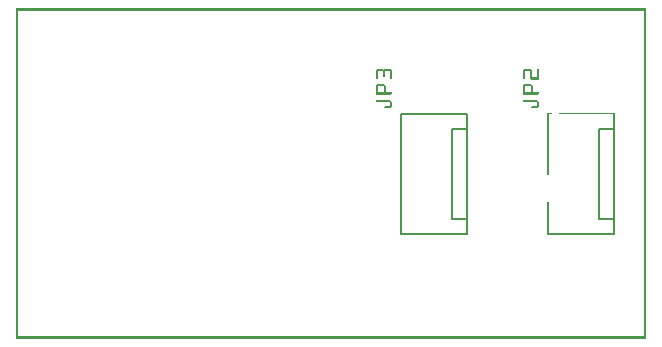
<source format=gto>
G04 MADE WITH FRITZING*
G04 WWW.FRITZING.ORG*
G04 DOUBLE SIDED*
G04 HOLES PLATED*
G04 CONTOUR ON CENTER OF CONTOUR VECTOR*
%ASAXBY*%
%FSLAX23Y23*%
%MOIN*%
%OFA0B0*%
%SFA1.0B1.0*%
%ADD10C,0.005000*%
%ADD11R,0.001000X0.001000*%
%LNSILK1*%
G90*
G70*
G54D10*
X1285Y351D02*
X1505Y351D01*
D02*
X1285Y751D02*
X1505Y751D01*
D02*
X1285Y751D02*
X1285Y351D01*
D02*
X1505Y751D02*
X1505Y701D01*
D02*
X1505Y701D02*
X1505Y401D01*
D02*
X1505Y401D02*
X1505Y351D01*
D02*
X1505Y401D02*
X1455Y401D01*
D02*
X1455Y401D02*
X1455Y701D01*
D02*
X1455Y701D02*
X1505Y701D01*
D02*
X1775Y351D02*
X1995Y351D01*
D02*
X1995Y751D02*
X1995Y701D01*
D02*
X1995Y701D02*
X1995Y401D01*
D02*
X1995Y401D02*
X1995Y351D01*
D02*
X1995Y401D02*
X1945Y401D01*
D02*
X1945Y401D02*
X1945Y701D01*
D02*
X1945Y701D02*
X1995Y701D01*
G54D11*
X0Y1101D02*
X2100Y1101D01*
X0Y1100D02*
X2100Y1100D01*
X0Y1099D02*
X2100Y1099D01*
X0Y1098D02*
X2100Y1098D01*
X0Y1097D02*
X2100Y1097D01*
X0Y1096D02*
X2100Y1096D01*
X0Y1095D02*
X2100Y1095D01*
X0Y1094D02*
X2100Y1094D01*
X0Y1093D02*
X7Y1093D01*
X2093Y1093D02*
X2100Y1093D01*
X0Y1092D02*
X7Y1092D01*
X2093Y1092D02*
X2100Y1092D01*
X0Y1091D02*
X7Y1091D01*
X2093Y1091D02*
X2100Y1091D01*
X0Y1090D02*
X7Y1090D01*
X2093Y1090D02*
X2100Y1090D01*
X0Y1089D02*
X7Y1089D01*
X2093Y1089D02*
X2100Y1089D01*
X0Y1088D02*
X7Y1088D01*
X2093Y1088D02*
X2100Y1088D01*
X0Y1087D02*
X7Y1087D01*
X2093Y1087D02*
X2100Y1087D01*
X0Y1086D02*
X7Y1086D01*
X2093Y1086D02*
X2100Y1086D01*
X0Y1085D02*
X7Y1085D01*
X2093Y1085D02*
X2100Y1085D01*
X0Y1084D02*
X7Y1084D01*
X2093Y1084D02*
X2100Y1084D01*
X0Y1083D02*
X7Y1083D01*
X2093Y1083D02*
X2100Y1083D01*
X0Y1082D02*
X7Y1082D01*
X2093Y1082D02*
X2100Y1082D01*
X0Y1081D02*
X7Y1081D01*
X2093Y1081D02*
X2100Y1081D01*
X0Y1080D02*
X7Y1080D01*
X2093Y1080D02*
X2100Y1080D01*
X0Y1079D02*
X7Y1079D01*
X2093Y1079D02*
X2100Y1079D01*
X0Y1078D02*
X7Y1078D01*
X2093Y1078D02*
X2100Y1078D01*
X0Y1077D02*
X7Y1077D01*
X2093Y1077D02*
X2100Y1077D01*
X0Y1076D02*
X7Y1076D01*
X2093Y1076D02*
X2100Y1076D01*
X0Y1075D02*
X7Y1075D01*
X2093Y1075D02*
X2100Y1075D01*
X0Y1074D02*
X7Y1074D01*
X2093Y1074D02*
X2100Y1074D01*
X0Y1073D02*
X7Y1073D01*
X2093Y1073D02*
X2100Y1073D01*
X0Y1072D02*
X7Y1072D01*
X2093Y1072D02*
X2100Y1072D01*
X0Y1071D02*
X7Y1071D01*
X2093Y1071D02*
X2100Y1071D01*
X0Y1070D02*
X7Y1070D01*
X2093Y1070D02*
X2100Y1070D01*
X0Y1069D02*
X7Y1069D01*
X2093Y1069D02*
X2100Y1069D01*
X0Y1068D02*
X7Y1068D01*
X2093Y1068D02*
X2100Y1068D01*
X0Y1067D02*
X7Y1067D01*
X2093Y1067D02*
X2100Y1067D01*
X0Y1066D02*
X7Y1066D01*
X2093Y1066D02*
X2100Y1066D01*
X0Y1065D02*
X7Y1065D01*
X2093Y1065D02*
X2100Y1065D01*
X0Y1064D02*
X7Y1064D01*
X2093Y1064D02*
X2100Y1064D01*
X0Y1063D02*
X7Y1063D01*
X2093Y1063D02*
X2100Y1063D01*
X0Y1062D02*
X7Y1062D01*
X2093Y1062D02*
X2100Y1062D01*
X0Y1061D02*
X7Y1061D01*
X2093Y1061D02*
X2100Y1061D01*
X0Y1060D02*
X7Y1060D01*
X2093Y1060D02*
X2100Y1060D01*
X0Y1059D02*
X7Y1059D01*
X2093Y1059D02*
X2100Y1059D01*
X0Y1058D02*
X7Y1058D01*
X2093Y1058D02*
X2100Y1058D01*
X0Y1057D02*
X7Y1057D01*
X2093Y1057D02*
X2100Y1057D01*
X0Y1056D02*
X7Y1056D01*
X2093Y1056D02*
X2100Y1056D01*
X0Y1055D02*
X7Y1055D01*
X2093Y1055D02*
X2100Y1055D01*
X0Y1054D02*
X7Y1054D01*
X2093Y1054D02*
X2100Y1054D01*
X0Y1053D02*
X7Y1053D01*
X2093Y1053D02*
X2100Y1053D01*
X0Y1052D02*
X7Y1052D01*
X2093Y1052D02*
X2100Y1052D01*
X0Y1051D02*
X7Y1051D01*
X2093Y1051D02*
X2100Y1051D01*
X0Y1050D02*
X7Y1050D01*
X2093Y1050D02*
X2100Y1050D01*
X0Y1049D02*
X7Y1049D01*
X2093Y1049D02*
X2100Y1049D01*
X0Y1048D02*
X7Y1048D01*
X2093Y1048D02*
X2100Y1048D01*
X0Y1047D02*
X7Y1047D01*
X2093Y1047D02*
X2100Y1047D01*
X0Y1046D02*
X7Y1046D01*
X2093Y1046D02*
X2100Y1046D01*
X0Y1045D02*
X7Y1045D01*
X2093Y1045D02*
X2100Y1045D01*
X0Y1044D02*
X7Y1044D01*
X2093Y1044D02*
X2100Y1044D01*
X0Y1043D02*
X7Y1043D01*
X2093Y1043D02*
X2100Y1043D01*
X0Y1042D02*
X7Y1042D01*
X2093Y1042D02*
X2100Y1042D01*
X0Y1041D02*
X7Y1041D01*
X2093Y1041D02*
X2100Y1041D01*
X0Y1040D02*
X7Y1040D01*
X2093Y1040D02*
X2100Y1040D01*
X0Y1039D02*
X7Y1039D01*
X2093Y1039D02*
X2100Y1039D01*
X0Y1038D02*
X7Y1038D01*
X2093Y1038D02*
X2100Y1038D01*
X0Y1037D02*
X7Y1037D01*
X2093Y1037D02*
X2100Y1037D01*
X0Y1036D02*
X7Y1036D01*
X2093Y1036D02*
X2100Y1036D01*
X0Y1035D02*
X7Y1035D01*
X2093Y1035D02*
X2100Y1035D01*
X0Y1034D02*
X7Y1034D01*
X2093Y1034D02*
X2100Y1034D01*
X0Y1033D02*
X7Y1033D01*
X2093Y1033D02*
X2100Y1033D01*
X0Y1032D02*
X7Y1032D01*
X2093Y1032D02*
X2100Y1032D01*
X0Y1031D02*
X7Y1031D01*
X2093Y1031D02*
X2100Y1031D01*
X0Y1030D02*
X7Y1030D01*
X2093Y1030D02*
X2100Y1030D01*
X0Y1029D02*
X7Y1029D01*
X2093Y1029D02*
X2100Y1029D01*
X0Y1028D02*
X7Y1028D01*
X2093Y1028D02*
X2100Y1028D01*
X0Y1027D02*
X7Y1027D01*
X2093Y1027D02*
X2100Y1027D01*
X0Y1026D02*
X7Y1026D01*
X2093Y1026D02*
X2100Y1026D01*
X0Y1025D02*
X7Y1025D01*
X2093Y1025D02*
X2100Y1025D01*
X0Y1024D02*
X7Y1024D01*
X2093Y1024D02*
X2100Y1024D01*
X0Y1023D02*
X7Y1023D01*
X2093Y1023D02*
X2100Y1023D01*
X0Y1022D02*
X7Y1022D01*
X2093Y1022D02*
X2100Y1022D01*
X0Y1021D02*
X7Y1021D01*
X2093Y1021D02*
X2100Y1021D01*
X0Y1020D02*
X7Y1020D01*
X2093Y1020D02*
X2100Y1020D01*
X0Y1019D02*
X7Y1019D01*
X2093Y1019D02*
X2100Y1019D01*
X0Y1018D02*
X7Y1018D01*
X2093Y1018D02*
X2100Y1018D01*
X0Y1017D02*
X7Y1017D01*
X2093Y1017D02*
X2100Y1017D01*
X0Y1016D02*
X7Y1016D01*
X2093Y1016D02*
X2100Y1016D01*
X0Y1015D02*
X7Y1015D01*
X2093Y1015D02*
X2100Y1015D01*
X0Y1014D02*
X7Y1014D01*
X2093Y1014D02*
X2100Y1014D01*
X0Y1013D02*
X7Y1013D01*
X2093Y1013D02*
X2100Y1013D01*
X0Y1012D02*
X7Y1012D01*
X2093Y1012D02*
X2100Y1012D01*
X0Y1011D02*
X7Y1011D01*
X2093Y1011D02*
X2100Y1011D01*
X0Y1010D02*
X7Y1010D01*
X2093Y1010D02*
X2100Y1010D01*
X0Y1009D02*
X7Y1009D01*
X2093Y1009D02*
X2100Y1009D01*
X0Y1008D02*
X7Y1008D01*
X2093Y1008D02*
X2100Y1008D01*
X0Y1007D02*
X7Y1007D01*
X2093Y1007D02*
X2100Y1007D01*
X0Y1006D02*
X7Y1006D01*
X2093Y1006D02*
X2100Y1006D01*
X0Y1005D02*
X7Y1005D01*
X2093Y1005D02*
X2100Y1005D01*
X0Y1004D02*
X7Y1004D01*
X2093Y1004D02*
X2100Y1004D01*
X0Y1003D02*
X7Y1003D01*
X2093Y1003D02*
X2100Y1003D01*
X0Y1002D02*
X7Y1002D01*
X2093Y1002D02*
X2100Y1002D01*
X0Y1001D02*
X7Y1001D01*
X2093Y1001D02*
X2100Y1001D01*
X0Y1000D02*
X7Y1000D01*
X2093Y1000D02*
X2100Y1000D01*
X0Y999D02*
X7Y999D01*
X2093Y999D02*
X2100Y999D01*
X0Y998D02*
X7Y998D01*
X2093Y998D02*
X2100Y998D01*
X0Y997D02*
X7Y997D01*
X2093Y997D02*
X2100Y997D01*
X0Y996D02*
X7Y996D01*
X2093Y996D02*
X2100Y996D01*
X0Y995D02*
X7Y995D01*
X2093Y995D02*
X2100Y995D01*
X0Y994D02*
X7Y994D01*
X2093Y994D02*
X2100Y994D01*
X0Y993D02*
X7Y993D01*
X2093Y993D02*
X2100Y993D01*
X0Y992D02*
X7Y992D01*
X2093Y992D02*
X2100Y992D01*
X0Y991D02*
X7Y991D01*
X2093Y991D02*
X2100Y991D01*
X0Y990D02*
X7Y990D01*
X2093Y990D02*
X2100Y990D01*
X0Y989D02*
X7Y989D01*
X2093Y989D02*
X2100Y989D01*
X0Y988D02*
X7Y988D01*
X2093Y988D02*
X2100Y988D01*
X0Y987D02*
X7Y987D01*
X2093Y987D02*
X2100Y987D01*
X0Y986D02*
X7Y986D01*
X2093Y986D02*
X2100Y986D01*
X0Y985D02*
X7Y985D01*
X2093Y985D02*
X2100Y985D01*
X0Y984D02*
X7Y984D01*
X2093Y984D02*
X2100Y984D01*
X0Y983D02*
X7Y983D01*
X2093Y983D02*
X2100Y983D01*
X0Y982D02*
X7Y982D01*
X2093Y982D02*
X2100Y982D01*
X0Y981D02*
X7Y981D01*
X2093Y981D02*
X2100Y981D01*
X0Y980D02*
X7Y980D01*
X2093Y980D02*
X2100Y980D01*
X0Y979D02*
X7Y979D01*
X2093Y979D02*
X2100Y979D01*
X0Y978D02*
X7Y978D01*
X2093Y978D02*
X2100Y978D01*
X0Y977D02*
X7Y977D01*
X2093Y977D02*
X2100Y977D01*
X0Y976D02*
X7Y976D01*
X2093Y976D02*
X2100Y976D01*
X0Y975D02*
X7Y975D01*
X2093Y975D02*
X2100Y975D01*
X0Y974D02*
X7Y974D01*
X2093Y974D02*
X2100Y974D01*
X0Y973D02*
X7Y973D01*
X2093Y973D02*
X2100Y973D01*
X0Y972D02*
X7Y972D01*
X2093Y972D02*
X2100Y972D01*
X0Y971D02*
X7Y971D01*
X2093Y971D02*
X2100Y971D01*
X0Y970D02*
X7Y970D01*
X2093Y970D02*
X2100Y970D01*
X0Y969D02*
X7Y969D01*
X2093Y969D02*
X2100Y969D01*
X0Y968D02*
X7Y968D01*
X2093Y968D02*
X2100Y968D01*
X0Y967D02*
X7Y967D01*
X2093Y967D02*
X2100Y967D01*
X0Y966D02*
X7Y966D01*
X2093Y966D02*
X2100Y966D01*
X0Y965D02*
X7Y965D01*
X2093Y965D02*
X2100Y965D01*
X0Y964D02*
X7Y964D01*
X2093Y964D02*
X2100Y964D01*
X0Y963D02*
X7Y963D01*
X2093Y963D02*
X2100Y963D01*
X0Y962D02*
X7Y962D01*
X2093Y962D02*
X2100Y962D01*
X0Y961D02*
X7Y961D01*
X2093Y961D02*
X2100Y961D01*
X0Y960D02*
X7Y960D01*
X2093Y960D02*
X2100Y960D01*
X0Y959D02*
X7Y959D01*
X2093Y959D02*
X2100Y959D01*
X0Y958D02*
X7Y958D01*
X2093Y958D02*
X2100Y958D01*
X0Y957D02*
X7Y957D01*
X2093Y957D02*
X2100Y957D01*
X0Y956D02*
X7Y956D01*
X2093Y956D02*
X2100Y956D01*
X0Y955D02*
X7Y955D01*
X2093Y955D02*
X2100Y955D01*
X0Y954D02*
X7Y954D01*
X2093Y954D02*
X2100Y954D01*
X0Y953D02*
X7Y953D01*
X2093Y953D02*
X2100Y953D01*
X0Y952D02*
X7Y952D01*
X2093Y952D02*
X2100Y952D01*
X0Y951D02*
X7Y951D01*
X2093Y951D02*
X2100Y951D01*
X0Y950D02*
X7Y950D01*
X2093Y950D02*
X2100Y950D01*
X0Y949D02*
X7Y949D01*
X2093Y949D02*
X2100Y949D01*
X0Y948D02*
X7Y948D01*
X2093Y948D02*
X2100Y948D01*
X0Y947D02*
X7Y947D01*
X2093Y947D02*
X2100Y947D01*
X0Y946D02*
X7Y946D01*
X2093Y946D02*
X2100Y946D01*
X0Y945D02*
X7Y945D01*
X2093Y945D02*
X2100Y945D01*
X0Y944D02*
X7Y944D01*
X2093Y944D02*
X2100Y944D01*
X0Y943D02*
X7Y943D01*
X2093Y943D02*
X2100Y943D01*
X0Y942D02*
X7Y942D01*
X2093Y942D02*
X2100Y942D01*
X0Y941D02*
X7Y941D01*
X2093Y941D02*
X2100Y941D01*
X0Y940D02*
X7Y940D01*
X2093Y940D02*
X2100Y940D01*
X0Y939D02*
X7Y939D01*
X2093Y939D02*
X2100Y939D01*
X0Y938D02*
X7Y938D01*
X2093Y938D02*
X2100Y938D01*
X0Y937D02*
X7Y937D01*
X2093Y937D02*
X2100Y937D01*
X0Y936D02*
X7Y936D01*
X2093Y936D02*
X2100Y936D01*
X0Y935D02*
X7Y935D01*
X2093Y935D02*
X2100Y935D01*
X0Y934D02*
X7Y934D01*
X2093Y934D02*
X2100Y934D01*
X0Y933D02*
X7Y933D01*
X2093Y933D02*
X2100Y933D01*
X0Y932D02*
X7Y932D01*
X2093Y932D02*
X2100Y932D01*
X0Y931D02*
X7Y931D01*
X2093Y931D02*
X2100Y931D01*
X0Y930D02*
X7Y930D01*
X2093Y930D02*
X2100Y930D01*
X0Y929D02*
X7Y929D01*
X2093Y929D02*
X2100Y929D01*
X0Y928D02*
X7Y928D01*
X2093Y928D02*
X2100Y928D01*
X0Y927D02*
X7Y927D01*
X2093Y927D02*
X2100Y927D01*
X0Y926D02*
X7Y926D01*
X2093Y926D02*
X2100Y926D01*
X0Y925D02*
X7Y925D01*
X2093Y925D02*
X2100Y925D01*
X0Y924D02*
X7Y924D01*
X2093Y924D02*
X2100Y924D01*
X0Y923D02*
X7Y923D01*
X2093Y923D02*
X2100Y923D01*
X0Y922D02*
X7Y922D01*
X2093Y922D02*
X2100Y922D01*
X0Y921D02*
X7Y921D01*
X2093Y921D02*
X2100Y921D01*
X0Y920D02*
X7Y920D01*
X2093Y920D02*
X2100Y920D01*
X0Y919D02*
X7Y919D01*
X2093Y919D02*
X2100Y919D01*
X0Y918D02*
X7Y918D01*
X2093Y918D02*
X2100Y918D01*
X0Y917D02*
X7Y917D01*
X2093Y917D02*
X2100Y917D01*
X0Y916D02*
X7Y916D01*
X2093Y916D02*
X2100Y916D01*
X0Y915D02*
X7Y915D01*
X2093Y915D02*
X2100Y915D01*
X0Y914D02*
X7Y914D01*
X2093Y914D02*
X2100Y914D01*
X0Y913D02*
X7Y913D01*
X2093Y913D02*
X2100Y913D01*
X0Y912D02*
X7Y912D01*
X2093Y912D02*
X2100Y912D01*
X0Y911D02*
X7Y911D01*
X2093Y911D02*
X2100Y911D01*
X0Y910D02*
X7Y910D01*
X2093Y910D02*
X2100Y910D01*
X0Y909D02*
X7Y909D01*
X2093Y909D02*
X2100Y909D01*
X0Y908D02*
X7Y908D01*
X2093Y908D02*
X2100Y908D01*
X0Y907D02*
X7Y907D01*
X2093Y907D02*
X2100Y907D01*
X0Y906D02*
X7Y906D01*
X2093Y906D02*
X2100Y906D01*
X0Y905D02*
X7Y905D01*
X2093Y905D02*
X2100Y905D01*
X0Y904D02*
X7Y904D01*
X2093Y904D02*
X2100Y904D01*
X0Y903D02*
X7Y903D01*
X2093Y903D02*
X2100Y903D01*
X0Y902D02*
X7Y902D01*
X2093Y902D02*
X2100Y902D01*
X0Y901D02*
X7Y901D01*
X2093Y901D02*
X2100Y901D01*
X0Y900D02*
X7Y900D01*
X2093Y900D02*
X2100Y900D01*
X0Y899D02*
X7Y899D01*
X1204Y899D02*
X1222Y899D01*
X1231Y899D02*
X1249Y899D01*
X1694Y899D02*
X1715Y899D01*
X1739Y899D02*
X1741Y899D01*
X2093Y899D02*
X2100Y899D01*
X0Y898D02*
X7Y898D01*
X1203Y898D02*
X1224Y898D01*
X1229Y898D02*
X1250Y898D01*
X1693Y898D02*
X1717Y898D01*
X1738Y898D02*
X1742Y898D01*
X2093Y898D02*
X2100Y898D01*
X0Y897D02*
X7Y897D01*
X1202Y897D02*
X1251Y897D01*
X1692Y897D02*
X1718Y897D01*
X1737Y897D02*
X1743Y897D01*
X2093Y897D02*
X2100Y897D01*
X0Y896D02*
X7Y896D01*
X1201Y896D02*
X1252Y896D01*
X1691Y896D02*
X1718Y896D01*
X1737Y896D02*
X1743Y896D01*
X2093Y896D02*
X2100Y896D01*
X0Y895D02*
X7Y895D01*
X1200Y895D02*
X1253Y895D01*
X1690Y895D02*
X1719Y895D01*
X1737Y895D02*
X1743Y895D01*
X2093Y895D02*
X2100Y895D01*
X0Y894D02*
X7Y894D01*
X1200Y894D02*
X1253Y894D01*
X1690Y894D02*
X1719Y894D01*
X1737Y894D02*
X1743Y894D01*
X2093Y894D02*
X2100Y894D01*
X0Y893D02*
X7Y893D01*
X1200Y893D02*
X1253Y893D01*
X1690Y893D02*
X1719Y893D01*
X1737Y893D02*
X1743Y893D01*
X2093Y893D02*
X2100Y893D01*
X0Y892D02*
X7Y892D01*
X1200Y892D02*
X1206Y892D01*
X1222Y892D02*
X1231Y892D01*
X1247Y892D02*
X1253Y892D01*
X1690Y892D02*
X1696Y892D01*
X1713Y892D02*
X1719Y892D01*
X1737Y892D02*
X1743Y892D01*
X2093Y892D02*
X2100Y892D01*
X0Y891D02*
X7Y891D01*
X1200Y891D02*
X1206Y891D01*
X1223Y891D02*
X1230Y891D01*
X1247Y891D02*
X1253Y891D01*
X1690Y891D02*
X1696Y891D01*
X1713Y891D02*
X1719Y891D01*
X1737Y891D02*
X1743Y891D01*
X2093Y891D02*
X2100Y891D01*
X0Y890D02*
X7Y890D01*
X1200Y890D02*
X1206Y890D01*
X1223Y890D02*
X1230Y890D01*
X1247Y890D02*
X1253Y890D01*
X1690Y890D02*
X1696Y890D01*
X1713Y890D02*
X1719Y890D01*
X1737Y890D02*
X1743Y890D01*
X2093Y890D02*
X2100Y890D01*
X0Y889D02*
X7Y889D01*
X1200Y889D02*
X1206Y889D01*
X1223Y889D02*
X1229Y889D01*
X1247Y889D02*
X1253Y889D01*
X1690Y889D02*
X1696Y889D01*
X1713Y889D02*
X1719Y889D01*
X1737Y889D02*
X1743Y889D01*
X2093Y889D02*
X2100Y889D01*
X0Y888D02*
X7Y888D01*
X1200Y888D02*
X1206Y888D01*
X1223Y888D02*
X1229Y888D01*
X1247Y888D02*
X1253Y888D01*
X1690Y888D02*
X1696Y888D01*
X1713Y888D02*
X1719Y888D01*
X1737Y888D02*
X1743Y888D01*
X2093Y888D02*
X2100Y888D01*
X0Y887D02*
X7Y887D01*
X1200Y887D02*
X1206Y887D01*
X1223Y887D02*
X1229Y887D01*
X1247Y887D02*
X1253Y887D01*
X1690Y887D02*
X1696Y887D01*
X1713Y887D02*
X1719Y887D01*
X1737Y887D02*
X1743Y887D01*
X2093Y887D02*
X2100Y887D01*
X0Y886D02*
X7Y886D01*
X1200Y886D02*
X1206Y886D01*
X1223Y886D02*
X1229Y886D01*
X1247Y886D02*
X1253Y886D01*
X1690Y886D02*
X1696Y886D01*
X1713Y886D02*
X1719Y886D01*
X1737Y886D02*
X1743Y886D01*
X2093Y886D02*
X2100Y886D01*
X0Y885D02*
X7Y885D01*
X1200Y885D02*
X1206Y885D01*
X1223Y885D02*
X1229Y885D01*
X1247Y885D02*
X1253Y885D01*
X1690Y885D02*
X1696Y885D01*
X1713Y885D02*
X1719Y885D01*
X1737Y885D02*
X1743Y885D01*
X2093Y885D02*
X2100Y885D01*
X0Y884D02*
X7Y884D01*
X1200Y884D02*
X1206Y884D01*
X1223Y884D02*
X1229Y884D01*
X1247Y884D02*
X1253Y884D01*
X1690Y884D02*
X1696Y884D01*
X1713Y884D02*
X1719Y884D01*
X1737Y884D02*
X1743Y884D01*
X2093Y884D02*
X2100Y884D01*
X0Y883D02*
X7Y883D01*
X1200Y883D02*
X1206Y883D01*
X1223Y883D02*
X1229Y883D01*
X1247Y883D02*
X1253Y883D01*
X1690Y883D02*
X1696Y883D01*
X1713Y883D02*
X1719Y883D01*
X1737Y883D02*
X1743Y883D01*
X2093Y883D02*
X2100Y883D01*
X0Y882D02*
X7Y882D01*
X1200Y882D02*
X1206Y882D01*
X1223Y882D02*
X1229Y882D01*
X1247Y882D02*
X1253Y882D01*
X1690Y882D02*
X1696Y882D01*
X1713Y882D02*
X1719Y882D01*
X1737Y882D02*
X1743Y882D01*
X2093Y882D02*
X2100Y882D01*
X0Y881D02*
X7Y881D01*
X1200Y881D02*
X1206Y881D01*
X1223Y881D02*
X1229Y881D01*
X1247Y881D02*
X1253Y881D01*
X1690Y881D02*
X1696Y881D01*
X1713Y881D02*
X1719Y881D01*
X1737Y881D02*
X1743Y881D01*
X2093Y881D02*
X2100Y881D01*
X0Y880D02*
X7Y880D01*
X1200Y880D02*
X1206Y880D01*
X1223Y880D02*
X1229Y880D01*
X1247Y880D02*
X1253Y880D01*
X1690Y880D02*
X1696Y880D01*
X1713Y880D02*
X1719Y880D01*
X1737Y880D02*
X1743Y880D01*
X2093Y880D02*
X2100Y880D01*
X0Y879D02*
X7Y879D01*
X1200Y879D02*
X1206Y879D01*
X1223Y879D02*
X1229Y879D01*
X1247Y879D02*
X1253Y879D01*
X1690Y879D02*
X1696Y879D01*
X1713Y879D02*
X1719Y879D01*
X1737Y879D02*
X1743Y879D01*
X2093Y879D02*
X2100Y879D01*
X0Y878D02*
X7Y878D01*
X1200Y878D02*
X1206Y878D01*
X1223Y878D02*
X1229Y878D01*
X1247Y878D02*
X1253Y878D01*
X1690Y878D02*
X1696Y878D01*
X1713Y878D02*
X1719Y878D01*
X1737Y878D02*
X1743Y878D01*
X2093Y878D02*
X2100Y878D01*
X0Y877D02*
X7Y877D01*
X1200Y877D02*
X1206Y877D01*
X1223Y877D02*
X1229Y877D01*
X1247Y877D02*
X1253Y877D01*
X1690Y877D02*
X1696Y877D01*
X1713Y877D02*
X1719Y877D01*
X1737Y877D02*
X1743Y877D01*
X2093Y877D02*
X2100Y877D01*
X0Y876D02*
X7Y876D01*
X1200Y876D02*
X1206Y876D01*
X1223Y876D02*
X1229Y876D01*
X1247Y876D02*
X1253Y876D01*
X1690Y876D02*
X1696Y876D01*
X1713Y876D02*
X1719Y876D01*
X1737Y876D02*
X1743Y876D01*
X2093Y876D02*
X2100Y876D01*
X0Y875D02*
X7Y875D01*
X1200Y875D02*
X1206Y875D01*
X1223Y875D02*
X1229Y875D01*
X1247Y875D02*
X1253Y875D01*
X1690Y875D02*
X1696Y875D01*
X1713Y875D02*
X1719Y875D01*
X1737Y875D02*
X1743Y875D01*
X2093Y875D02*
X2100Y875D01*
X0Y874D02*
X7Y874D01*
X1200Y874D02*
X1206Y874D01*
X1224Y874D02*
X1229Y874D01*
X1247Y874D02*
X1253Y874D01*
X1690Y874D02*
X1696Y874D01*
X1713Y874D02*
X1719Y874D01*
X1737Y874D02*
X1743Y874D01*
X2093Y874D02*
X2100Y874D01*
X0Y873D02*
X7Y873D01*
X1200Y873D02*
X1206Y873D01*
X1224Y873D02*
X1229Y873D01*
X1247Y873D02*
X1253Y873D01*
X1690Y873D02*
X1696Y873D01*
X1713Y873D02*
X1719Y873D01*
X1737Y873D02*
X1743Y873D01*
X2093Y873D02*
X2100Y873D01*
X0Y872D02*
X7Y872D01*
X1200Y872D02*
X1206Y872D01*
X1226Y872D02*
X1227Y872D01*
X1247Y872D02*
X1253Y872D01*
X1690Y872D02*
X1696Y872D01*
X1713Y872D02*
X1720Y872D01*
X1737Y872D02*
X1743Y872D01*
X2093Y872D02*
X2100Y872D01*
X0Y871D02*
X7Y871D01*
X1200Y871D02*
X1206Y871D01*
X1247Y871D02*
X1253Y871D01*
X1690Y871D02*
X1696Y871D01*
X1714Y871D02*
X1743Y871D01*
X2093Y871D02*
X2100Y871D01*
X0Y870D02*
X7Y870D01*
X1200Y870D02*
X1206Y870D01*
X1247Y870D02*
X1253Y870D01*
X1690Y870D02*
X1696Y870D01*
X1714Y870D02*
X1743Y870D01*
X2093Y870D02*
X2100Y870D01*
X0Y869D02*
X7Y869D01*
X1200Y869D02*
X1206Y869D01*
X1247Y869D02*
X1253Y869D01*
X1690Y869D02*
X1696Y869D01*
X1714Y869D02*
X1743Y869D01*
X2093Y869D02*
X2100Y869D01*
X0Y868D02*
X7Y868D01*
X1200Y868D02*
X1206Y868D01*
X1247Y868D02*
X1253Y868D01*
X1690Y868D02*
X1696Y868D01*
X1715Y868D02*
X1743Y868D01*
X2093Y868D02*
X2100Y868D01*
X0Y867D02*
X7Y867D01*
X1200Y867D02*
X1206Y867D01*
X1247Y867D02*
X1253Y867D01*
X1690Y867D02*
X1696Y867D01*
X1716Y867D02*
X1743Y867D01*
X2093Y867D02*
X2100Y867D01*
X0Y866D02*
X7Y866D01*
X1201Y866D02*
X1205Y866D01*
X1248Y866D02*
X1252Y866D01*
X1691Y866D02*
X1695Y866D01*
X1717Y866D02*
X1743Y866D01*
X2093Y866D02*
X2100Y866D01*
X0Y865D02*
X7Y865D01*
X1203Y865D02*
X1203Y865D01*
X1250Y865D02*
X1250Y865D01*
X1693Y865D02*
X1693Y865D01*
X1719Y865D02*
X1743Y865D01*
X2093Y865D02*
X2100Y865D01*
X0Y864D02*
X7Y864D01*
X2093Y864D02*
X2100Y864D01*
X0Y863D02*
X7Y863D01*
X2093Y863D02*
X2100Y863D01*
X0Y862D02*
X7Y862D01*
X2093Y862D02*
X2100Y862D01*
X0Y861D02*
X7Y861D01*
X2093Y861D02*
X2100Y861D01*
X0Y860D02*
X7Y860D01*
X2093Y860D02*
X2100Y860D01*
X0Y859D02*
X7Y859D01*
X2093Y859D02*
X2100Y859D01*
X0Y858D02*
X7Y858D01*
X2093Y858D02*
X2100Y858D01*
X0Y857D02*
X7Y857D01*
X2093Y857D02*
X2100Y857D01*
X0Y856D02*
X7Y856D01*
X2093Y856D02*
X2100Y856D01*
X0Y855D02*
X7Y855D01*
X2093Y855D02*
X2100Y855D01*
X0Y854D02*
X7Y854D01*
X2093Y854D02*
X2100Y854D01*
X0Y853D02*
X7Y853D01*
X2093Y853D02*
X2100Y853D01*
X0Y852D02*
X7Y852D01*
X2093Y852D02*
X2100Y852D01*
X0Y851D02*
X7Y851D01*
X2093Y851D02*
X2100Y851D01*
X0Y850D02*
X7Y850D01*
X2093Y850D02*
X2100Y850D01*
X0Y849D02*
X7Y849D01*
X1207Y849D02*
X1225Y849D01*
X1697Y849D02*
X1715Y849D01*
X2093Y849D02*
X2100Y849D01*
X0Y848D02*
X7Y848D01*
X1205Y848D02*
X1227Y848D01*
X1695Y848D02*
X1717Y848D01*
X2093Y848D02*
X2100Y848D01*
X0Y847D02*
X7Y847D01*
X1204Y847D02*
X1229Y847D01*
X1694Y847D02*
X1718Y847D01*
X2093Y847D02*
X2100Y847D01*
X0Y846D02*
X7Y846D01*
X1203Y846D02*
X1230Y846D01*
X1693Y846D02*
X1720Y846D01*
X2093Y846D02*
X2100Y846D01*
X0Y845D02*
X7Y845D01*
X1202Y845D02*
X1230Y845D01*
X1692Y845D02*
X1720Y845D01*
X2093Y845D02*
X2100Y845D01*
X0Y844D02*
X7Y844D01*
X1201Y844D02*
X1231Y844D01*
X1691Y844D02*
X1721Y844D01*
X2093Y844D02*
X2100Y844D01*
X0Y843D02*
X7Y843D01*
X1201Y843D02*
X1232Y843D01*
X1691Y843D02*
X1722Y843D01*
X2093Y843D02*
X2100Y843D01*
X0Y842D02*
X7Y842D01*
X1200Y842D02*
X1208Y842D01*
X1225Y842D02*
X1232Y842D01*
X1690Y842D02*
X1698Y842D01*
X1714Y842D02*
X1722Y842D01*
X2093Y842D02*
X2100Y842D01*
X0Y841D02*
X7Y841D01*
X1200Y841D02*
X1207Y841D01*
X1226Y841D02*
X1232Y841D01*
X1690Y841D02*
X1697Y841D01*
X1716Y841D02*
X1722Y841D01*
X2093Y841D02*
X2100Y841D01*
X0Y840D02*
X7Y840D01*
X1200Y840D02*
X1206Y840D01*
X1226Y840D02*
X1232Y840D01*
X1690Y840D02*
X1696Y840D01*
X1716Y840D02*
X1722Y840D01*
X2093Y840D02*
X2100Y840D01*
X0Y839D02*
X7Y839D01*
X1200Y839D02*
X1206Y839D01*
X1226Y839D02*
X1232Y839D01*
X1690Y839D02*
X1696Y839D01*
X1716Y839D02*
X1722Y839D01*
X2093Y839D02*
X2100Y839D01*
X0Y838D02*
X7Y838D01*
X1200Y838D02*
X1206Y838D01*
X1226Y838D02*
X1232Y838D01*
X1690Y838D02*
X1696Y838D01*
X1716Y838D02*
X1722Y838D01*
X2093Y838D02*
X2100Y838D01*
X0Y837D02*
X7Y837D01*
X1200Y837D02*
X1206Y837D01*
X1226Y837D02*
X1232Y837D01*
X1690Y837D02*
X1696Y837D01*
X1716Y837D02*
X1722Y837D01*
X2093Y837D02*
X2100Y837D01*
X0Y836D02*
X7Y836D01*
X1200Y836D02*
X1206Y836D01*
X1226Y836D02*
X1232Y836D01*
X1690Y836D02*
X1696Y836D01*
X1716Y836D02*
X1722Y836D01*
X2093Y836D02*
X2100Y836D01*
X0Y835D02*
X7Y835D01*
X1200Y835D02*
X1206Y835D01*
X1226Y835D02*
X1232Y835D01*
X1690Y835D02*
X1696Y835D01*
X1716Y835D02*
X1722Y835D01*
X2093Y835D02*
X2100Y835D01*
X0Y834D02*
X7Y834D01*
X1200Y834D02*
X1206Y834D01*
X1226Y834D02*
X1232Y834D01*
X1690Y834D02*
X1696Y834D01*
X1716Y834D02*
X1722Y834D01*
X2093Y834D02*
X2100Y834D01*
X0Y833D02*
X7Y833D01*
X1200Y833D02*
X1206Y833D01*
X1226Y833D02*
X1232Y833D01*
X1690Y833D02*
X1696Y833D01*
X1716Y833D02*
X1722Y833D01*
X2093Y833D02*
X2100Y833D01*
X0Y832D02*
X7Y832D01*
X1200Y832D02*
X1206Y832D01*
X1226Y832D02*
X1232Y832D01*
X1690Y832D02*
X1696Y832D01*
X1716Y832D02*
X1722Y832D01*
X2093Y832D02*
X2100Y832D01*
X0Y831D02*
X7Y831D01*
X1200Y831D02*
X1206Y831D01*
X1226Y831D02*
X1232Y831D01*
X1690Y831D02*
X1696Y831D01*
X1716Y831D02*
X1722Y831D01*
X2093Y831D02*
X2100Y831D01*
X0Y830D02*
X7Y830D01*
X1200Y830D02*
X1206Y830D01*
X1226Y830D02*
X1232Y830D01*
X1690Y830D02*
X1696Y830D01*
X1716Y830D02*
X1722Y830D01*
X2093Y830D02*
X2100Y830D01*
X0Y829D02*
X7Y829D01*
X1200Y829D02*
X1206Y829D01*
X1226Y829D02*
X1232Y829D01*
X1690Y829D02*
X1696Y829D01*
X1716Y829D02*
X1722Y829D01*
X2093Y829D02*
X2100Y829D01*
X0Y828D02*
X7Y828D01*
X1200Y828D02*
X1206Y828D01*
X1226Y828D02*
X1232Y828D01*
X1690Y828D02*
X1696Y828D01*
X1716Y828D02*
X1722Y828D01*
X2093Y828D02*
X2100Y828D01*
X0Y827D02*
X7Y827D01*
X1200Y827D02*
X1206Y827D01*
X1226Y827D02*
X1232Y827D01*
X1690Y827D02*
X1696Y827D01*
X1716Y827D02*
X1722Y827D01*
X2093Y827D02*
X2100Y827D01*
X0Y826D02*
X7Y826D01*
X1200Y826D02*
X1206Y826D01*
X1226Y826D02*
X1232Y826D01*
X1690Y826D02*
X1696Y826D01*
X1716Y826D02*
X1722Y826D01*
X2093Y826D02*
X2100Y826D01*
X0Y825D02*
X7Y825D01*
X1200Y825D02*
X1206Y825D01*
X1226Y825D02*
X1232Y825D01*
X1690Y825D02*
X1696Y825D01*
X1716Y825D02*
X1722Y825D01*
X2093Y825D02*
X2100Y825D01*
X0Y824D02*
X7Y824D01*
X1200Y824D02*
X1206Y824D01*
X1226Y824D02*
X1232Y824D01*
X1690Y824D02*
X1696Y824D01*
X1716Y824D02*
X1722Y824D01*
X2093Y824D02*
X2100Y824D01*
X0Y823D02*
X7Y823D01*
X1200Y823D02*
X1206Y823D01*
X1226Y823D02*
X1232Y823D01*
X1690Y823D02*
X1696Y823D01*
X1716Y823D02*
X1722Y823D01*
X2093Y823D02*
X2100Y823D01*
X0Y822D02*
X7Y822D01*
X1200Y822D02*
X1206Y822D01*
X1226Y822D02*
X1233Y822D01*
X1690Y822D02*
X1696Y822D01*
X1716Y822D02*
X1723Y822D01*
X2093Y822D02*
X2100Y822D01*
X0Y821D02*
X7Y821D01*
X1200Y821D02*
X1252Y821D01*
X1690Y821D02*
X1742Y821D01*
X2093Y821D02*
X2100Y821D01*
X0Y820D02*
X7Y820D01*
X1200Y820D02*
X1253Y820D01*
X1690Y820D02*
X1743Y820D01*
X2093Y820D02*
X2100Y820D01*
X0Y819D02*
X7Y819D01*
X1200Y819D02*
X1253Y819D01*
X1690Y819D02*
X1743Y819D01*
X2093Y819D02*
X2100Y819D01*
X0Y818D02*
X7Y818D01*
X1200Y818D02*
X1253Y818D01*
X1690Y818D02*
X1743Y818D01*
X2093Y818D02*
X2100Y818D01*
X0Y817D02*
X7Y817D01*
X1200Y817D02*
X1253Y817D01*
X1690Y817D02*
X1743Y817D01*
X2093Y817D02*
X2100Y817D01*
X0Y816D02*
X7Y816D01*
X1200Y816D02*
X1252Y816D01*
X1690Y816D02*
X1742Y816D01*
X2093Y816D02*
X2100Y816D01*
X0Y815D02*
X7Y815D01*
X1200Y815D02*
X1250Y815D01*
X1690Y815D02*
X1740Y815D01*
X2093Y815D02*
X2100Y815D01*
X0Y814D02*
X7Y814D01*
X2093Y814D02*
X2100Y814D01*
X0Y813D02*
X7Y813D01*
X2093Y813D02*
X2100Y813D01*
X0Y812D02*
X7Y812D01*
X2093Y812D02*
X2100Y812D01*
X0Y811D02*
X7Y811D01*
X2093Y811D02*
X2100Y811D01*
X0Y810D02*
X7Y810D01*
X2093Y810D02*
X2100Y810D01*
X0Y809D02*
X7Y809D01*
X2093Y809D02*
X2100Y809D01*
X0Y808D02*
X7Y808D01*
X2093Y808D02*
X2100Y808D01*
X0Y807D02*
X7Y807D01*
X2093Y807D02*
X2100Y807D01*
X0Y806D02*
X7Y806D01*
X2093Y806D02*
X2100Y806D01*
X0Y805D02*
X7Y805D01*
X2093Y805D02*
X2100Y805D01*
X0Y804D02*
X7Y804D01*
X2093Y804D02*
X2100Y804D01*
X0Y803D02*
X7Y803D01*
X2093Y803D02*
X2100Y803D01*
X0Y802D02*
X7Y802D01*
X2093Y802D02*
X2100Y802D01*
X0Y801D02*
X7Y801D01*
X2093Y801D02*
X2100Y801D01*
X0Y800D02*
X7Y800D01*
X2093Y800D02*
X2100Y800D01*
X0Y799D02*
X7Y799D01*
X2093Y799D02*
X2100Y799D01*
X0Y798D02*
X7Y798D01*
X2093Y798D02*
X2100Y798D01*
X0Y797D02*
X7Y797D01*
X2093Y797D02*
X2100Y797D01*
X0Y796D02*
X7Y796D01*
X1203Y796D02*
X1243Y796D01*
X1693Y796D02*
X1733Y796D01*
X2093Y796D02*
X2100Y796D01*
X0Y795D02*
X7Y795D01*
X1201Y795D02*
X1247Y795D01*
X1691Y795D02*
X1737Y795D01*
X2093Y795D02*
X2100Y795D01*
X0Y794D02*
X7Y794D01*
X1200Y794D02*
X1249Y794D01*
X1690Y794D02*
X1739Y794D01*
X2093Y794D02*
X2100Y794D01*
X0Y793D02*
X7Y793D01*
X1200Y793D02*
X1250Y793D01*
X1690Y793D02*
X1740Y793D01*
X2093Y793D02*
X2100Y793D01*
X0Y792D02*
X7Y792D01*
X1200Y792D02*
X1251Y792D01*
X1690Y792D02*
X1741Y792D01*
X2093Y792D02*
X2100Y792D01*
X0Y791D02*
X7Y791D01*
X1200Y791D02*
X1251Y791D01*
X1690Y791D02*
X1741Y791D01*
X2093Y791D02*
X2100Y791D01*
X0Y790D02*
X7Y790D01*
X1201Y790D02*
X1252Y790D01*
X1691Y790D02*
X1742Y790D01*
X2093Y790D02*
X2100Y790D01*
X0Y789D02*
X7Y789D01*
X1243Y789D02*
X1252Y789D01*
X1733Y789D02*
X1742Y789D01*
X2093Y789D02*
X2100Y789D01*
X0Y788D02*
X7Y788D01*
X1246Y788D02*
X1253Y788D01*
X1736Y788D02*
X1743Y788D01*
X2093Y788D02*
X2100Y788D01*
X0Y787D02*
X7Y787D01*
X1247Y787D02*
X1253Y787D01*
X1737Y787D02*
X1743Y787D01*
X2093Y787D02*
X2100Y787D01*
X0Y786D02*
X7Y786D01*
X1247Y786D02*
X1253Y786D01*
X1737Y786D02*
X1743Y786D01*
X2093Y786D02*
X2100Y786D01*
X0Y785D02*
X7Y785D01*
X1247Y785D02*
X1253Y785D01*
X1737Y785D02*
X1743Y785D01*
X2093Y785D02*
X2100Y785D01*
X0Y784D02*
X7Y784D01*
X1247Y784D02*
X1253Y784D01*
X1737Y784D02*
X1743Y784D01*
X2093Y784D02*
X2100Y784D01*
X0Y783D02*
X7Y783D01*
X1247Y783D02*
X1253Y783D01*
X1737Y783D02*
X1743Y783D01*
X2093Y783D02*
X2100Y783D01*
X0Y782D02*
X7Y782D01*
X1247Y782D02*
X1253Y782D01*
X1737Y782D02*
X1743Y782D01*
X2093Y782D02*
X2100Y782D01*
X0Y781D02*
X7Y781D01*
X1247Y781D02*
X1253Y781D01*
X1737Y781D02*
X1743Y781D01*
X2093Y781D02*
X2100Y781D01*
X0Y780D02*
X7Y780D01*
X1247Y780D02*
X1253Y780D01*
X1737Y780D02*
X1743Y780D01*
X2093Y780D02*
X2100Y780D01*
X0Y779D02*
X7Y779D01*
X1247Y779D02*
X1253Y779D01*
X1737Y779D02*
X1743Y779D01*
X2093Y779D02*
X2100Y779D01*
X0Y778D02*
X7Y778D01*
X1247Y778D02*
X1253Y778D01*
X1737Y778D02*
X1743Y778D01*
X2093Y778D02*
X2100Y778D01*
X0Y777D02*
X7Y777D01*
X1246Y777D02*
X1253Y777D01*
X1736Y777D02*
X1743Y777D01*
X2093Y777D02*
X2100Y777D01*
X0Y776D02*
X7Y776D01*
X1246Y776D02*
X1253Y776D01*
X1735Y776D02*
X1743Y776D01*
X2093Y776D02*
X2100Y776D01*
X0Y775D02*
X7Y775D01*
X1231Y775D02*
X1252Y775D01*
X1721Y775D02*
X1742Y775D01*
X2093Y775D02*
X2100Y775D01*
X0Y774D02*
X7Y774D01*
X1230Y774D02*
X1252Y774D01*
X1720Y774D02*
X1742Y774D01*
X2093Y774D02*
X2100Y774D01*
X0Y773D02*
X7Y773D01*
X1230Y773D02*
X1251Y773D01*
X1720Y773D02*
X1741Y773D01*
X2093Y773D02*
X2100Y773D01*
X0Y772D02*
X7Y772D01*
X1229Y772D02*
X1250Y772D01*
X1719Y772D02*
X1740Y772D01*
X2093Y772D02*
X2100Y772D01*
X0Y771D02*
X7Y771D01*
X1229Y771D02*
X1249Y771D01*
X1719Y771D02*
X1739Y771D01*
X2093Y771D02*
X2100Y771D01*
X0Y770D02*
X7Y770D01*
X1230Y770D02*
X1248Y770D01*
X1720Y770D02*
X1738Y770D01*
X2093Y770D02*
X2100Y770D01*
X0Y769D02*
X7Y769D01*
X1231Y769D02*
X1246Y769D01*
X1721Y769D02*
X1736Y769D01*
X2093Y769D02*
X2100Y769D01*
X0Y768D02*
X7Y768D01*
X2093Y768D02*
X2100Y768D01*
X0Y767D02*
X7Y767D01*
X2093Y767D02*
X2100Y767D01*
X0Y766D02*
X7Y766D01*
X2093Y766D02*
X2100Y766D01*
X0Y765D02*
X7Y765D01*
X2093Y765D02*
X2100Y765D01*
X0Y764D02*
X7Y764D01*
X2093Y764D02*
X2100Y764D01*
X0Y763D02*
X7Y763D01*
X2093Y763D02*
X2100Y763D01*
X0Y762D02*
X7Y762D01*
X2093Y762D02*
X2100Y762D01*
X0Y761D02*
X7Y761D01*
X2093Y761D02*
X2100Y761D01*
X0Y760D02*
X7Y760D01*
X2093Y760D02*
X2100Y760D01*
X0Y759D02*
X7Y759D01*
X2093Y759D02*
X2100Y759D01*
X0Y758D02*
X7Y758D01*
X2093Y758D02*
X2100Y758D01*
X0Y757D02*
X7Y757D01*
X2093Y757D02*
X2100Y757D01*
X0Y756D02*
X7Y756D01*
X2093Y756D02*
X2100Y756D01*
X0Y755D02*
X7Y755D01*
X2093Y755D02*
X2100Y755D01*
X0Y754D02*
X7Y754D01*
X1775Y754D02*
X1777Y754D01*
X1821Y754D02*
X1994Y754D01*
X2093Y754D02*
X2100Y754D01*
X0Y753D02*
X7Y753D01*
X1773Y753D02*
X1779Y753D01*
X1819Y753D02*
X1996Y753D01*
X2093Y753D02*
X2100Y753D01*
X0Y752D02*
X7Y752D01*
X1772Y752D02*
X1782Y752D01*
X1816Y752D02*
X1996Y752D01*
X2093Y752D02*
X2100Y752D01*
X0Y751D02*
X7Y751D01*
X1772Y751D02*
X1786Y751D01*
X1812Y751D02*
X1996Y751D01*
X2093Y751D02*
X2100Y751D01*
X0Y750D02*
X7Y750D01*
X1772Y750D02*
X1791Y750D01*
X1807Y750D02*
X1996Y750D01*
X2093Y750D02*
X2100Y750D01*
X0Y749D02*
X7Y749D01*
X1772Y749D02*
X1776Y749D01*
X2093Y749D02*
X2100Y749D01*
X0Y748D02*
X7Y748D01*
X1772Y748D02*
X1776Y748D01*
X2093Y748D02*
X2100Y748D01*
X0Y747D02*
X7Y747D01*
X1772Y747D02*
X1776Y747D01*
X2093Y747D02*
X2100Y747D01*
X0Y746D02*
X7Y746D01*
X1772Y746D02*
X1776Y746D01*
X2093Y746D02*
X2100Y746D01*
X0Y745D02*
X7Y745D01*
X1772Y745D02*
X1776Y745D01*
X2093Y745D02*
X2100Y745D01*
X0Y744D02*
X7Y744D01*
X1772Y744D02*
X1776Y744D01*
X2093Y744D02*
X2100Y744D01*
X0Y743D02*
X7Y743D01*
X1772Y743D02*
X1776Y743D01*
X2093Y743D02*
X2100Y743D01*
X0Y742D02*
X7Y742D01*
X1772Y742D02*
X1776Y742D01*
X2093Y742D02*
X2100Y742D01*
X0Y741D02*
X7Y741D01*
X1772Y741D02*
X1776Y741D01*
X2093Y741D02*
X2100Y741D01*
X0Y740D02*
X7Y740D01*
X1772Y740D02*
X1776Y740D01*
X2093Y740D02*
X2100Y740D01*
X0Y739D02*
X7Y739D01*
X1772Y739D02*
X1776Y739D01*
X2093Y739D02*
X2100Y739D01*
X0Y738D02*
X7Y738D01*
X1772Y738D02*
X1776Y738D01*
X2093Y738D02*
X2100Y738D01*
X0Y737D02*
X7Y737D01*
X1772Y737D02*
X1776Y737D01*
X2093Y737D02*
X2100Y737D01*
X0Y736D02*
X7Y736D01*
X1772Y736D02*
X1776Y736D01*
X2093Y736D02*
X2100Y736D01*
X0Y735D02*
X7Y735D01*
X1772Y735D02*
X1776Y735D01*
X2093Y735D02*
X2100Y735D01*
X0Y734D02*
X7Y734D01*
X1772Y734D02*
X1776Y734D01*
X2093Y734D02*
X2100Y734D01*
X0Y733D02*
X7Y733D01*
X1772Y733D02*
X1776Y733D01*
X2093Y733D02*
X2100Y733D01*
X0Y732D02*
X7Y732D01*
X1772Y732D02*
X1776Y732D01*
X2093Y732D02*
X2100Y732D01*
X0Y731D02*
X7Y731D01*
X1772Y731D02*
X1776Y731D01*
X2093Y731D02*
X2100Y731D01*
X0Y730D02*
X7Y730D01*
X1772Y730D02*
X1776Y730D01*
X2093Y730D02*
X2100Y730D01*
X0Y729D02*
X7Y729D01*
X1772Y729D02*
X1776Y729D01*
X2093Y729D02*
X2100Y729D01*
X0Y728D02*
X7Y728D01*
X1772Y728D02*
X1776Y728D01*
X2093Y728D02*
X2100Y728D01*
X0Y727D02*
X7Y727D01*
X1772Y727D02*
X1776Y727D01*
X2093Y727D02*
X2100Y727D01*
X0Y726D02*
X7Y726D01*
X1772Y726D02*
X1776Y726D01*
X2093Y726D02*
X2100Y726D01*
X0Y725D02*
X7Y725D01*
X1772Y725D02*
X1776Y725D01*
X2093Y725D02*
X2100Y725D01*
X0Y724D02*
X7Y724D01*
X1772Y724D02*
X1776Y724D01*
X2093Y724D02*
X2100Y724D01*
X0Y723D02*
X7Y723D01*
X1772Y723D02*
X1776Y723D01*
X2093Y723D02*
X2100Y723D01*
X0Y722D02*
X7Y722D01*
X1772Y722D02*
X1776Y722D01*
X2093Y722D02*
X2100Y722D01*
X0Y721D02*
X7Y721D01*
X1772Y721D02*
X1776Y721D01*
X2093Y721D02*
X2100Y721D01*
X0Y720D02*
X7Y720D01*
X1772Y720D02*
X1776Y720D01*
X2093Y720D02*
X2100Y720D01*
X0Y719D02*
X7Y719D01*
X1772Y719D02*
X1776Y719D01*
X2093Y719D02*
X2100Y719D01*
X0Y718D02*
X7Y718D01*
X1772Y718D02*
X1776Y718D01*
X2093Y718D02*
X2100Y718D01*
X0Y717D02*
X7Y717D01*
X1772Y717D02*
X1776Y717D01*
X2093Y717D02*
X2100Y717D01*
X0Y716D02*
X7Y716D01*
X1772Y716D02*
X1776Y716D01*
X2093Y716D02*
X2100Y716D01*
X0Y715D02*
X7Y715D01*
X1772Y715D02*
X1776Y715D01*
X2093Y715D02*
X2100Y715D01*
X0Y714D02*
X7Y714D01*
X1772Y714D02*
X1776Y714D01*
X2093Y714D02*
X2100Y714D01*
X0Y713D02*
X7Y713D01*
X1772Y713D02*
X1776Y713D01*
X2093Y713D02*
X2100Y713D01*
X0Y712D02*
X7Y712D01*
X1772Y712D02*
X1776Y712D01*
X2093Y712D02*
X2100Y712D01*
X0Y711D02*
X7Y711D01*
X1772Y711D02*
X1776Y711D01*
X2093Y711D02*
X2100Y711D01*
X0Y710D02*
X7Y710D01*
X1772Y710D02*
X1776Y710D01*
X2093Y710D02*
X2100Y710D01*
X0Y709D02*
X7Y709D01*
X1772Y709D02*
X1776Y709D01*
X2093Y709D02*
X2100Y709D01*
X0Y708D02*
X7Y708D01*
X1772Y708D02*
X1776Y708D01*
X2093Y708D02*
X2100Y708D01*
X0Y707D02*
X7Y707D01*
X1772Y707D02*
X1776Y707D01*
X2093Y707D02*
X2100Y707D01*
X0Y706D02*
X7Y706D01*
X1772Y706D02*
X1776Y706D01*
X2093Y706D02*
X2100Y706D01*
X0Y705D02*
X7Y705D01*
X1772Y705D02*
X1776Y705D01*
X2093Y705D02*
X2100Y705D01*
X0Y704D02*
X7Y704D01*
X1772Y704D02*
X1776Y704D01*
X2093Y704D02*
X2100Y704D01*
X0Y703D02*
X7Y703D01*
X1772Y703D02*
X1776Y703D01*
X2093Y703D02*
X2100Y703D01*
X0Y702D02*
X7Y702D01*
X1772Y702D02*
X1776Y702D01*
X2093Y702D02*
X2100Y702D01*
X0Y701D02*
X7Y701D01*
X1772Y701D02*
X1776Y701D01*
X2093Y701D02*
X2100Y701D01*
X0Y700D02*
X7Y700D01*
X1772Y700D02*
X1776Y700D01*
X2093Y700D02*
X2100Y700D01*
X0Y699D02*
X7Y699D01*
X1772Y699D02*
X1776Y699D01*
X2093Y699D02*
X2100Y699D01*
X0Y698D02*
X7Y698D01*
X1772Y698D02*
X1776Y698D01*
X2093Y698D02*
X2100Y698D01*
X0Y697D02*
X7Y697D01*
X1772Y697D02*
X1776Y697D01*
X2093Y697D02*
X2100Y697D01*
X0Y696D02*
X7Y696D01*
X1772Y696D02*
X1776Y696D01*
X2093Y696D02*
X2100Y696D01*
X0Y695D02*
X7Y695D01*
X1772Y695D02*
X1776Y695D01*
X2093Y695D02*
X2100Y695D01*
X0Y694D02*
X7Y694D01*
X1772Y694D02*
X1776Y694D01*
X2093Y694D02*
X2100Y694D01*
X0Y693D02*
X7Y693D01*
X1772Y693D02*
X1776Y693D01*
X2093Y693D02*
X2100Y693D01*
X0Y692D02*
X7Y692D01*
X1772Y692D02*
X1776Y692D01*
X2093Y692D02*
X2100Y692D01*
X0Y691D02*
X7Y691D01*
X1772Y691D02*
X1776Y691D01*
X2093Y691D02*
X2100Y691D01*
X0Y690D02*
X7Y690D01*
X1772Y690D02*
X1776Y690D01*
X2093Y690D02*
X2100Y690D01*
X0Y689D02*
X7Y689D01*
X1772Y689D02*
X1776Y689D01*
X2093Y689D02*
X2100Y689D01*
X0Y688D02*
X7Y688D01*
X1772Y688D02*
X1776Y688D01*
X2093Y688D02*
X2100Y688D01*
X0Y687D02*
X7Y687D01*
X1772Y687D02*
X1776Y687D01*
X2093Y687D02*
X2100Y687D01*
X0Y686D02*
X7Y686D01*
X1772Y686D02*
X1776Y686D01*
X2093Y686D02*
X2100Y686D01*
X0Y685D02*
X7Y685D01*
X1772Y685D02*
X1776Y685D01*
X2093Y685D02*
X2100Y685D01*
X0Y684D02*
X7Y684D01*
X1772Y684D02*
X1776Y684D01*
X2093Y684D02*
X2100Y684D01*
X0Y683D02*
X7Y683D01*
X1772Y683D02*
X1776Y683D01*
X2093Y683D02*
X2100Y683D01*
X0Y682D02*
X7Y682D01*
X1772Y682D02*
X1776Y682D01*
X2093Y682D02*
X2100Y682D01*
X0Y681D02*
X7Y681D01*
X1772Y681D02*
X1776Y681D01*
X2093Y681D02*
X2100Y681D01*
X0Y680D02*
X7Y680D01*
X1772Y680D02*
X1776Y680D01*
X2093Y680D02*
X2100Y680D01*
X0Y679D02*
X7Y679D01*
X1772Y679D02*
X1776Y679D01*
X2093Y679D02*
X2100Y679D01*
X0Y678D02*
X7Y678D01*
X1772Y678D02*
X1776Y678D01*
X2093Y678D02*
X2100Y678D01*
X0Y677D02*
X7Y677D01*
X1772Y677D02*
X1776Y677D01*
X2093Y677D02*
X2100Y677D01*
X0Y676D02*
X7Y676D01*
X1772Y676D02*
X1776Y676D01*
X2093Y676D02*
X2100Y676D01*
X0Y675D02*
X7Y675D01*
X1772Y675D02*
X1776Y675D01*
X2093Y675D02*
X2100Y675D01*
X0Y674D02*
X7Y674D01*
X1772Y674D02*
X1776Y674D01*
X2093Y674D02*
X2100Y674D01*
X0Y673D02*
X7Y673D01*
X1772Y673D02*
X1776Y673D01*
X2093Y673D02*
X2100Y673D01*
X0Y672D02*
X7Y672D01*
X1772Y672D02*
X1776Y672D01*
X2093Y672D02*
X2100Y672D01*
X0Y671D02*
X7Y671D01*
X1772Y671D02*
X1776Y671D01*
X2093Y671D02*
X2100Y671D01*
X0Y670D02*
X7Y670D01*
X1772Y670D02*
X1776Y670D01*
X2093Y670D02*
X2100Y670D01*
X0Y669D02*
X7Y669D01*
X1772Y669D02*
X1776Y669D01*
X2093Y669D02*
X2100Y669D01*
X0Y668D02*
X7Y668D01*
X1772Y668D02*
X1776Y668D01*
X2093Y668D02*
X2100Y668D01*
X0Y667D02*
X7Y667D01*
X1772Y667D02*
X1776Y667D01*
X2093Y667D02*
X2100Y667D01*
X0Y666D02*
X7Y666D01*
X1772Y666D02*
X1776Y666D01*
X2093Y666D02*
X2100Y666D01*
X0Y665D02*
X7Y665D01*
X1772Y665D02*
X1776Y665D01*
X2093Y665D02*
X2100Y665D01*
X0Y664D02*
X7Y664D01*
X1772Y664D02*
X1776Y664D01*
X2093Y664D02*
X2100Y664D01*
X0Y663D02*
X7Y663D01*
X1772Y663D02*
X1776Y663D01*
X2093Y663D02*
X2100Y663D01*
X0Y662D02*
X7Y662D01*
X1772Y662D02*
X1776Y662D01*
X2093Y662D02*
X2100Y662D01*
X0Y661D02*
X7Y661D01*
X1772Y661D02*
X1776Y661D01*
X2093Y661D02*
X2100Y661D01*
X0Y660D02*
X7Y660D01*
X1772Y660D02*
X1776Y660D01*
X2093Y660D02*
X2100Y660D01*
X0Y659D02*
X7Y659D01*
X1772Y659D02*
X1776Y659D01*
X2093Y659D02*
X2100Y659D01*
X0Y658D02*
X7Y658D01*
X1772Y658D02*
X1776Y658D01*
X2093Y658D02*
X2100Y658D01*
X0Y657D02*
X7Y657D01*
X1772Y657D02*
X1776Y657D01*
X2093Y657D02*
X2100Y657D01*
X0Y656D02*
X7Y656D01*
X1772Y656D02*
X1776Y656D01*
X2093Y656D02*
X2100Y656D01*
X0Y655D02*
X7Y655D01*
X1772Y655D02*
X1776Y655D01*
X2093Y655D02*
X2100Y655D01*
X0Y654D02*
X7Y654D01*
X1772Y654D02*
X1776Y654D01*
X2093Y654D02*
X2100Y654D01*
X0Y653D02*
X7Y653D01*
X1772Y653D02*
X1776Y653D01*
X2093Y653D02*
X2100Y653D01*
X0Y652D02*
X7Y652D01*
X1772Y652D02*
X1776Y652D01*
X2093Y652D02*
X2100Y652D01*
X0Y651D02*
X7Y651D01*
X1772Y651D02*
X1776Y651D01*
X2093Y651D02*
X2100Y651D01*
X0Y650D02*
X7Y650D01*
X1772Y650D02*
X1776Y650D01*
X2093Y650D02*
X2100Y650D01*
X0Y649D02*
X7Y649D01*
X1772Y649D02*
X1776Y649D01*
X2093Y649D02*
X2100Y649D01*
X0Y648D02*
X7Y648D01*
X1772Y648D02*
X1776Y648D01*
X2093Y648D02*
X2100Y648D01*
X0Y647D02*
X7Y647D01*
X1772Y647D02*
X1776Y647D01*
X2093Y647D02*
X2100Y647D01*
X0Y646D02*
X7Y646D01*
X1772Y646D02*
X1776Y646D01*
X2093Y646D02*
X2100Y646D01*
X0Y645D02*
X7Y645D01*
X1772Y645D02*
X1776Y645D01*
X2093Y645D02*
X2100Y645D01*
X0Y644D02*
X7Y644D01*
X1772Y644D02*
X1776Y644D01*
X2093Y644D02*
X2100Y644D01*
X0Y643D02*
X7Y643D01*
X1772Y643D02*
X1776Y643D01*
X2093Y643D02*
X2100Y643D01*
X0Y642D02*
X7Y642D01*
X1772Y642D02*
X1776Y642D01*
X2093Y642D02*
X2100Y642D01*
X0Y641D02*
X7Y641D01*
X1772Y641D02*
X1776Y641D01*
X2093Y641D02*
X2100Y641D01*
X0Y640D02*
X7Y640D01*
X1772Y640D02*
X1776Y640D01*
X2093Y640D02*
X2100Y640D01*
X0Y639D02*
X7Y639D01*
X1772Y639D02*
X1776Y639D01*
X2093Y639D02*
X2100Y639D01*
X0Y638D02*
X7Y638D01*
X1772Y638D02*
X1776Y638D01*
X2093Y638D02*
X2100Y638D01*
X0Y637D02*
X7Y637D01*
X1772Y637D02*
X1776Y637D01*
X2093Y637D02*
X2100Y637D01*
X0Y636D02*
X7Y636D01*
X1772Y636D02*
X1776Y636D01*
X2093Y636D02*
X2100Y636D01*
X0Y635D02*
X7Y635D01*
X1772Y635D02*
X1776Y635D01*
X2093Y635D02*
X2100Y635D01*
X0Y634D02*
X7Y634D01*
X1772Y634D02*
X1776Y634D01*
X2093Y634D02*
X2100Y634D01*
X0Y633D02*
X7Y633D01*
X1772Y633D02*
X1776Y633D01*
X2093Y633D02*
X2100Y633D01*
X0Y632D02*
X7Y632D01*
X1772Y632D02*
X1776Y632D01*
X2093Y632D02*
X2100Y632D01*
X0Y631D02*
X7Y631D01*
X1772Y631D02*
X1776Y631D01*
X2093Y631D02*
X2100Y631D01*
X0Y630D02*
X7Y630D01*
X1772Y630D02*
X1776Y630D01*
X2093Y630D02*
X2100Y630D01*
X0Y629D02*
X7Y629D01*
X1772Y629D02*
X1776Y629D01*
X2093Y629D02*
X2100Y629D01*
X0Y628D02*
X7Y628D01*
X1772Y628D02*
X1776Y628D01*
X2093Y628D02*
X2100Y628D01*
X0Y627D02*
X7Y627D01*
X1772Y627D02*
X1776Y627D01*
X2093Y627D02*
X2100Y627D01*
X0Y626D02*
X7Y626D01*
X1772Y626D02*
X1776Y626D01*
X2093Y626D02*
X2100Y626D01*
X0Y625D02*
X7Y625D01*
X1772Y625D02*
X1776Y625D01*
X2093Y625D02*
X2100Y625D01*
X0Y624D02*
X7Y624D01*
X1772Y624D02*
X1776Y624D01*
X2093Y624D02*
X2100Y624D01*
X0Y623D02*
X7Y623D01*
X1772Y623D02*
X1776Y623D01*
X2093Y623D02*
X2100Y623D01*
X0Y622D02*
X7Y622D01*
X1772Y622D02*
X1776Y622D01*
X2093Y622D02*
X2100Y622D01*
X0Y621D02*
X7Y621D01*
X1772Y621D02*
X1776Y621D01*
X2093Y621D02*
X2100Y621D01*
X0Y620D02*
X7Y620D01*
X1772Y620D02*
X1776Y620D01*
X2093Y620D02*
X2100Y620D01*
X0Y619D02*
X7Y619D01*
X1772Y619D02*
X1776Y619D01*
X2093Y619D02*
X2100Y619D01*
X0Y618D02*
X7Y618D01*
X1772Y618D02*
X1776Y618D01*
X2093Y618D02*
X2100Y618D01*
X0Y617D02*
X7Y617D01*
X1772Y617D02*
X1776Y617D01*
X2093Y617D02*
X2100Y617D01*
X0Y616D02*
X7Y616D01*
X1772Y616D02*
X1776Y616D01*
X2093Y616D02*
X2100Y616D01*
X0Y615D02*
X7Y615D01*
X1772Y615D02*
X1776Y615D01*
X2093Y615D02*
X2100Y615D01*
X0Y614D02*
X7Y614D01*
X1772Y614D02*
X1776Y614D01*
X2093Y614D02*
X2100Y614D01*
X0Y613D02*
X7Y613D01*
X1772Y613D02*
X1776Y613D01*
X2093Y613D02*
X2100Y613D01*
X0Y612D02*
X7Y612D01*
X1772Y612D02*
X1776Y612D01*
X2093Y612D02*
X2100Y612D01*
X0Y611D02*
X7Y611D01*
X1772Y611D02*
X1776Y611D01*
X2093Y611D02*
X2100Y611D01*
X0Y610D02*
X7Y610D01*
X1772Y610D02*
X1776Y610D01*
X2093Y610D02*
X2100Y610D01*
X0Y609D02*
X7Y609D01*
X1772Y609D02*
X1776Y609D01*
X2093Y609D02*
X2100Y609D01*
X0Y608D02*
X7Y608D01*
X1772Y608D02*
X1776Y608D01*
X2093Y608D02*
X2100Y608D01*
X0Y607D02*
X7Y607D01*
X1772Y607D02*
X1776Y607D01*
X2093Y607D02*
X2100Y607D01*
X0Y606D02*
X7Y606D01*
X1772Y606D02*
X1776Y606D01*
X2093Y606D02*
X2100Y606D01*
X0Y605D02*
X7Y605D01*
X1772Y605D02*
X1776Y605D01*
X2093Y605D02*
X2100Y605D01*
X0Y604D02*
X7Y604D01*
X1772Y604D02*
X1776Y604D01*
X2093Y604D02*
X2100Y604D01*
X0Y603D02*
X7Y603D01*
X1772Y603D02*
X1776Y603D01*
X2093Y603D02*
X2100Y603D01*
X0Y602D02*
X7Y602D01*
X1772Y602D02*
X1776Y602D01*
X2093Y602D02*
X2100Y602D01*
X0Y601D02*
X7Y601D01*
X1772Y601D02*
X1776Y601D01*
X2093Y601D02*
X2100Y601D01*
X0Y600D02*
X7Y600D01*
X1772Y600D02*
X1776Y600D01*
X2093Y600D02*
X2100Y600D01*
X0Y599D02*
X7Y599D01*
X1772Y599D02*
X1776Y599D01*
X2093Y599D02*
X2100Y599D01*
X0Y598D02*
X7Y598D01*
X1772Y598D02*
X1776Y598D01*
X2093Y598D02*
X2100Y598D01*
X0Y597D02*
X7Y597D01*
X1772Y597D02*
X1776Y597D01*
X2093Y597D02*
X2100Y597D01*
X0Y596D02*
X7Y596D01*
X1772Y596D02*
X1776Y596D01*
X2093Y596D02*
X2100Y596D01*
X0Y595D02*
X7Y595D01*
X1772Y595D02*
X1776Y595D01*
X2093Y595D02*
X2100Y595D01*
X0Y594D02*
X7Y594D01*
X1772Y594D02*
X1776Y594D01*
X2093Y594D02*
X2100Y594D01*
X0Y593D02*
X7Y593D01*
X1772Y593D02*
X1776Y593D01*
X2093Y593D02*
X2100Y593D01*
X0Y592D02*
X7Y592D01*
X1772Y592D02*
X1776Y592D01*
X2093Y592D02*
X2100Y592D01*
X0Y591D02*
X7Y591D01*
X1772Y591D02*
X1776Y591D01*
X2093Y591D02*
X2100Y591D01*
X0Y590D02*
X7Y590D01*
X1772Y590D02*
X1776Y590D01*
X2093Y590D02*
X2100Y590D01*
X0Y589D02*
X7Y589D01*
X1772Y589D02*
X1776Y589D01*
X2093Y589D02*
X2100Y589D01*
X0Y588D02*
X7Y588D01*
X1772Y588D02*
X1776Y588D01*
X2093Y588D02*
X2100Y588D01*
X0Y587D02*
X7Y587D01*
X1772Y587D02*
X1776Y587D01*
X2093Y587D02*
X2100Y587D01*
X0Y586D02*
X7Y586D01*
X1772Y586D02*
X1776Y586D01*
X2093Y586D02*
X2100Y586D01*
X0Y585D02*
X7Y585D01*
X1772Y585D02*
X1776Y585D01*
X2093Y585D02*
X2100Y585D01*
X0Y584D02*
X7Y584D01*
X1772Y584D02*
X1776Y584D01*
X2093Y584D02*
X2100Y584D01*
X0Y583D02*
X7Y583D01*
X1772Y583D02*
X1776Y583D01*
X2093Y583D02*
X2100Y583D01*
X0Y582D02*
X7Y582D01*
X1772Y582D02*
X1776Y582D01*
X2093Y582D02*
X2100Y582D01*
X0Y581D02*
X7Y581D01*
X1772Y581D02*
X1776Y581D01*
X2093Y581D02*
X2100Y581D01*
X0Y580D02*
X7Y580D01*
X1772Y580D02*
X1776Y580D01*
X2093Y580D02*
X2100Y580D01*
X0Y579D02*
X7Y579D01*
X1772Y579D02*
X1776Y579D01*
X2093Y579D02*
X2100Y579D01*
X0Y578D02*
X7Y578D01*
X1772Y578D02*
X1776Y578D01*
X2093Y578D02*
X2100Y578D01*
X0Y577D02*
X7Y577D01*
X1772Y577D02*
X1776Y577D01*
X2093Y577D02*
X2100Y577D01*
X0Y576D02*
X7Y576D01*
X1772Y576D02*
X1776Y576D01*
X2093Y576D02*
X2100Y576D01*
X0Y575D02*
X7Y575D01*
X1772Y575D02*
X1776Y575D01*
X2093Y575D02*
X2100Y575D01*
X0Y574D02*
X7Y574D01*
X1772Y574D02*
X1776Y574D01*
X2093Y574D02*
X2100Y574D01*
X0Y573D02*
X7Y573D01*
X1772Y573D02*
X1776Y573D01*
X2093Y573D02*
X2100Y573D01*
X0Y572D02*
X7Y572D01*
X1772Y572D02*
X1776Y572D01*
X2093Y572D02*
X2100Y572D01*
X0Y571D02*
X7Y571D01*
X1772Y571D02*
X1776Y571D01*
X2093Y571D02*
X2100Y571D01*
X0Y570D02*
X7Y570D01*
X1772Y570D02*
X1776Y570D01*
X2093Y570D02*
X2100Y570D01*
X0Y569D02*
X7Y569D01*
X1772Y569D02*
X1776Y569D01*
X2093Y569D02*
X2100Y569D01*
X0Y568D02*
X7Y568D01*
X1772Y568D02*
X1776Y568D01*
X2093Y568D02*
X2100Y568D01*
X0Y567D02*
X7Y567D01*
X1772Y567D02*
X1776Y567D01*
X2093Y567D02*
X2100Y567D01*
X0Y566D02*
X7Y566D01*
X1772Y566D02*
X1776Y566D01*
X2093Y566D02*
X2100Y566D01*
X0Y565D02*
X7Y565D01*
X1772Y565D02*
X1776Y565D01*
X2093Y565D02*
X2100Y565D01*
X0Y564D02*
X7Y564D01*
X1772Y564D02*
X1776Y564D01*
X2093Y564D02*
X2100Y564D01*
X0Y563D02*
X7Y563D01*
X1772Y563D02*
X1776Y563D01*
X2093Y563D02*
X2100Y563D01*
X0Y562D02*
X7Y562D01*
X1772Y562D02*
X1776Y562D01*
X2093Y562D02*
X2100Y562D01*
X0Y561D02*
X7Y561D01*
X1772Y561D02*
X1776Y561D01*
X2093Y561D02*
X2100Y561D01*
X0Y560D02*
X7Y560D01*
X1772Y560D02*
X1776Y560D01*
X2093Y560D02*
X2100Y560D01*
X0Y559D02*
X7Y559D01*
X1772Y559D02*
X1776Y559D01*
X2093Y559D02*
X2100Y559D01*
X0Y558D02*
X7Y558D01*
X1772Y558D02*
X1776Y558D01*
X2093Y558D02*
X2100Y558D01*
X0Y557D02*
X7Y557D01*
X1772Y557D02*
X1776Y557D01*
X2093Y557D02*
X2100Y557D01*
X0Y556D02*
X7Y556D01*
X1772Y556D02*
X1776Y556D01*
X2093Y556D02*
X2100Y556D01*
X0Y555D02*
X7Y555D01*
X1772Y555D02*
X1776Y555D01*
X2093Y555D02*
X2100Y555D01*
X0Y554D02*
X7Y554D01*
X1772Y554D02*
X1776Y554D01*
X2093Y554D02*
X2100Y554D01*
X0Y553D02*
X7Y553D01*
X1772Y553D02*
X1776Y553D01*
X2093Y553D02*
X2100Y553D01*
X0Y552D02*
X7Y552D01*
X1772Y552D02*
X1776Y552D01*
X2093Y552D02*
X2100Y552D01*
X0Y551D02*
X7Y551D01*
X1772Y551D02*
X1776Y551D01*
X2093Y551D02*
X2100Y551D01*
X0Y550D02*
X7Y550D01*
X1772Y550D02*
X1776Y550D01*
X2093Y550D02*
X2100Y550D01*
X0Y549D02*
X7Y549D01*
X1772Y549D02*
X1776Y549D01*
X2093Y549D02*
X2100Y549D01*
X0Y548D02*
X7Y548D01*
X1772Y548D02*
X1775Y548D01*
X2093Y548D02*
X2100Y548D01*
X0Y547D02*
X7Y547D01*
X1772Y547D02*
X1773Y547D01*
X2093Y547D02*
X2100Y547D01*
X0Y546D02*
X7Y546D01*
X2093Y546D02*
X2100Y546D01*
X0Y545D02*
X7Y545D01*
X2093Y545D02*
X2100Y545D01*
X0Y544D02*
X7Y544D01*
X2093Y544D02*
X2100Y544D01*
X0Y543D02*
X7Y543D01*
X2093Y543D02*
X2100Y543D01*
X0Y542D02*
X7Y542D01*
X2093Y542D02*
X2100Y542D01*
X0Y541D02*
X7Y541D01*
X2093Y541D02*
X2100Y541D01*
X0Y540D02*
X7Y540D01*
X2093Y540D02*
X2100Y540D01*
X0Y539D02*
X7Y539D01*
X2093Y539D02*
X2100Y539D01*
X0Y538D02*
X7Y538D01*
X2093Y538D02*
X2100Y538D01*
X0Y537D02*
X7Y537D01*
X2093Y537D02*
X2100Y537D01*
X0Y536D02*
X7Y536D01*
X2093Y536D02*
X2100Y536D01*
X0Y535D02*
X7Y535D01*
X2093Y535D02*
X2100Y535D01*
X0Y534D02*
X7Y534D01*
X2093Y534D02*
X2100Y534D01*
X0Y533D02*
X7Y533D01*
X2093Y533D02*
X2100Y533D01*
X0Y532D02*
X7Y532D01*
X2093Y532D02*
X2100Y532D01*
X0Y531D02*
X7Y531D01*
X2093Y531D02*
X2100Y531D01*
X0Y530D02*
X7Y530D01*
X2093Y530D02*
X2100Y530D01*
X0Y529D02*
X7Y529D01*
X2093Y529D02*
X2100Y529D01*
X0Y528D02*
X7Y528D01*
X2093Y528D02*
X2100Y528D01*
X0Y527D02*
X7Y527D01*
X2093Y527D02*
X2100Y527D01*
X0Y526D02*
X7Y526D01*
X2093Y526D02*
X2100Y526D01*
X0Y525D02*
X7Y525D01*
X2093Y525D02*
X2100Y525D01*
X0Y524D02*
X7Y524D01*
X2093Y524D02*
X2100Y524D01*
X0Y523D02*
X7Y523D01*
X2093Y523D02*
X2100Y523D01*
X0Y522D02*
X7Y522D01*
X2093Y522D02*
X2100Y522D01*
X0Y521D02*
X7Y521D01*
X2093Y521D02*
X2100Y521D01*
X0Y520D02*
X7Y520D01*
X2093Y520D02*
X2100Y520D01*
X0Y519D02*
X7Y519D01*
X2093Y519D02*
X2100Y519D01*
X0Y518D02*
X7Y518D01*
X2093Y518D02*
X2100Y518D01*
X0Y517D02*
X7Y517D01*
X2093Y517D02*
X2100Y517D01*
X0Y516D02*
X7Y516D01*
X2093Y516D02*
X2100Y516D01*
X0Y515D02*
X7Y515D01*
X2093Y515D02*
X2100Y515D01*
X0Y514D02*
X7Y514D01*
X2093Y514D02*
X2100Y514D01*
X0Y513D02*
X7Y513D01*
X2093Y513D02*
X2100Y513D01*
X0Y512D02*
X7Y512D01*
X2093Y512D02*
X2100Y512D01*
X0Y511D02*
X7Y511D01*
X2093Y511D02*
X2100Y511D01*
X0Y510D02*
X7Y510D01*
X2093Y510D02*
X2100Y510D01*
X0Y509D02*
X7Y509D01*
X2093Y509D02*
X2100Y509D01*
X0Y508D02*
X7Y508D01*
X2093Y508D02*
X2100Y508D01*
X0Y507D02*
X7Y507D01*
X2093Y507D02*
X2100Y507D01*
X0Y506D02*
X7Y506D01*
X2093Y506D02*
X2100Y506D01*
X0Y505D02*
X7Y505D01*
X2093Y505D02*
X2100Y505D01*
X0Y504D02*
X7Y504D01*
X2093Y504D02*
X2100Y504D01*
X0Y503D02*
X7Y503D01*
X2093Y503D02*
X2100Y503D01*
X0Y502D02*
X7Y502D01*
X2093Y502D02*
X2100Y502D01*
X0Y501D02*
X7Y501D01*
X2093Y501D02*
X2100Y501D01*
X0Y500D02*
X7Y500D01*
X2093Y500D02*
X2100Y500D01*
X0Y499D02*
X7Y499D01*
X2093Y499D02*
X2100Y499D01*
X0Y498D02*
X7Y498D01*
X2093Y498D02*
X2100Y498D01*
X0Y497D02*
X7Y497D01*
X2093Y497D02*
X2100Y497D01*
X0Y496D02*
X7Y496D01*
X2093Y496D02*
X2100Y496D01*
X0Y495D02*
X7Y495D01*
X2093Y495D02*
X2100Y495D01*
X0Y494D02*
X7Y494D01*
X2093Y494D02*
X2100Y494D01*
X0Y493D02*
X7Y493D01*
X2093Y493D02*
X2100Y493D01*
X0Y492D02*
X7Y492D01*
X2093Y492D02*
X2100Y492D01*
X0Y491D02*
X7Y491D01*
X2093Y491D02*
X2100Y491D01*
X0Y490D02*
X7Y490D01*
X2093Y490D02*
X2100Y490D01*
X0Y489D02*
X7Y489D01*
X2093Y489D02*
X2100Y489D01*
X0Y488D02*
X7Y488D01*
X2093Y488D02*
X2100Y488D01*
X0Y487D02*
X7Y487D01*
X2093Y487D02*
X2100Y487D01*
X0Y486D02*
X7Y486D01*
X2093Y486D02*
X2100Y486D01*
X0Y485D02*
X7Y485D01*
X2093Y485D02*
X2100Y485D01*
X0Y484D02*
X7Y484D01*
X2093Y484D02*
X2100Y484D01*
X0Y483D02*
X7Y483D01*
X2093Y483D02*
X2100Y483D01*
X0Y482D02*
X7Y482D01*
X2093Y482D02*
X2100Y482D01*
X0Y481D02*
X7Y481D01*
X2093Y481D02*
X2100Y481D01*
X0Y480D02*
X7Y480D01*
X2093Y480D02*
X2100Y480D01*
X0Y479D02*
X7Y479D01*
X2093Y479D02*
X2100Y479D01*
X0Y478D02*
X7Y478D01*
X2093Y478D02*
X2100Y478D01*
X0Y477D02*
X7Y477D01*
X2093Y477D02*
X2100Y477D01*
X0Y476D02*
X7Y476D01*
X2093Y476D02*
X2100Y476D01*
X0Y475D02*
X7Y475D01*
X2093Y475D02*
X2100Y475D01*
X0Y474D02*
X7Y474D01*
X2093Y474D02*
X2100Y474D01*
X0Y473D02*
X7Y473D01*
X2093Y473D02*
X2100Y473D01*
X0Y472D02*
X7Y472D01*
X2093Y472D02*
X2100Y472D01*
X0Y471D02*
X7Y471D01*
X2093Y471D02*
X2100Y471D01*
X0Y470D02*
X7Y470D01*
X2093Y470D02*
X2100Y470D01*
X0Y469D02*
X7Y469D01*
X2093Y469D02*
X2100Y469D01*
X0Y468D02*
X7Y468D01*
X2093Y468D02*
X2100Y468D01*
X0Y467D02*
X7Y467D01*
X2093Y467D02*
X2100Y467D01*
X0Y466D02*
X7Y466D01*
X2093Y466D02*
X2100Y466D01*
X0Y465D02*
X7Y465D01*
X2093Y465D02*
X2100Y465D01*
X0Y464D02*
X7Y464D01*
X2093Y464D02*
X2100Y464D01*
X0Y463D02*
X7Y463D01*
X2093Y463D02*
X2100Y463D01*
X0Y462D02*
X7Y462D01*
X2093Y462D02*
X2100Y462D01*
X0Y461D02*
X7Y461D01*
X2093Y461D02*
X2100Y461D01*
X0Y460D02*
X7Y460D01*
X2093Y460D02*
X2100Y460D01*
X0Y459D02*
X7Y459D01*
X2093Y459D02*
X2100Y459D01*
X0Y458D02*
X7Y458D01*
X2093Y458D02*
X2100Y458D01*
X0Y457D02*
X7Y457D01*
X1772Y457D02*
X1772Y457D01*
X2093Y457D02*
X2100Y457D01*
X0Y456D02*
X7Y456D01*
X1772Y456D02*
X1773Y456D01*
X2093Y456D02*
X2100Y456D01*
X0Y455D02*
X7Y455D01*
X1772Y455D02*
X1775Y455D01*
X2093Y455D02*
X2100Y455D01*
X0Y454D02*
X7Y454D01*
X1772Y454D02*
X1776Y454D01*
X2093Y454D02*
X2100Y454D01*
X0Y453D02*
X7Y453D01*
X1772Y453D02*
X1776Y453D01*
X2093Y453D02*
X2100Y453D01*
X0Y452D02*
X7Y452D01*
X1772Y452D02*
X1776Y452D01*
X2093Y452D02*
X2100Y452D01*
X0Y451D02*
X7Y451D01*
X1772Y451D02*
X1776Y451D01*
X2093Y451D02*
X2100Y451D01*
X0Y450D02*
X7Y450D01*
X1772Y450D02*
X1776Y450D01*
X2093Y450D02*
X2100Y450D01*
X0Y449D02*
X7Y449D01*
X1772Y449D02*
X1776Y449D01*
X2093Y449D02*
X2100Y449D01*
X0Y448D02*
X7Y448D01*
X1772Y448D02*
X1776Y448D01*
X2093Y448D02*
X2100Y448D01*
X0Y447D02*
X7Y447D01*
X1772Y447D02*
X1776Y447D01*
X2093Y447D02*
X2100Y447D01*
X0Y446D02*
X7Y446D01*
X1772Y446D02*
X1776Y446D01*
X2093Y446D02*
X2100Y446D01*
X0Y445D02*
X7Y445D01*
X1772Y445D02*
X1776Y445D01*
X2093Y445D02*
X2100Y445D01*
X0Y444D02*
X7Y444D01*
X1772Y444D02*
X1776Y444D01*
X2093Y444D02*
X2100Y444D01*
X0Y443D02*
X7Y443D01*
X1772Y443D02*
X1776Y443D01*
X2093Y443D02*
X2100Y443D01*
X0Y442D02*
X7Y442D01*
X1772Y442D02*
X1776Y442D01*
X2093Y442D02*
X2100Y442D01*
X0Y441D02*
X7Y441D01*
X1772Y441D02*
X1776Y441D01*
X2093Y441D02*
X2100Y441D01*
X0Y440D02*
X7Y440D01*
X1772Y440D02*
X1776Y440D01*
X2093Y440D02*
X2100Y440D01*
X0Y439D02*
X7Y439D01*
X1772Y439D02*
X1776Y439D01*
X2093Y439D02*
X2100Y439D01*
X0Y438D02*
X7Y438D01*
X1772Y438D02*
X1776Y438D01*
X2093Y438D02*
X2100Y438D01*
X0Y437D02*
X7Y437D01*
X1772Y437D02*
X1776Y437D01*
X2093Y437D02*
X2100Y437D01*
X0Y436D02*
X7Y436D01*
X1772Y436D02*
X1776Y436D01*
X2093Y436D02*
X2100Y436D01*
X0Y435D02*
X7Y435D01*
X1772Y435D02*
X1776Y435D01*
X2093Y435D02*
X2100Y435D01*
X0Y434D02*
X7Y434D01*
X1772Y434D02*
X1776Y434D01*
X2093Y434D02*
X2100Y434D01*
X0Y433D02*
X7Y433D01*
X1772Y433D02*
X1776Y433D01*
X2093Y433D02*
X2100Y433D01*
X0Y432D02*
X7Y432D01*
X1772Y432D02*
X1776Y432D01*
X2093Y432D02*
X2100Y432D01*
X0Y431D02*
X7Y431D01*
X1772Y431D02*
X1776Y431D01*
X2093Y431D02*
X2100Y431D01*
X0Y430D02*
X7Y430D01*
X1772Y430D02*
X1776Y430D01*
X2093Y430D02*
X2100Y430D01*
X0Y429D02*
X7Y429D01*
X1772Y429D02*
X1776Y429D01*
X2093Y429D02*
X2100Y429D01*
X0Y428D02*
X7Y428D01*
X1772Y428D02*
X1776Y428D01*
X2093Y428D02*
X2100Y428D01*
X0Y427D02*
X7Y427D01*
X1772Y427D02*
X1776Y427D01*
X2093Y427D02*
X2100Y427D01*
X0Y426D02*
X7Y426D01*
X1772Y426D02*
X1776Y426D01*
X2093Y426D02*
X2100Y426D01*
X0Y425D02*
X7Y425D01*
X1772Y425D02*
X1776Y425D01*
X2093Y425D02*
X2100Y425D01*
X0Y424D02*
X7Y424D01*
X1772Y424D02*
X1776Y424D01*
X2093Y424D02*
X2100Y424D01*
X0Y423D02*
X7Y423D01*
X1772Y423D02*
X1776Y423D01*
X2093Y423D02*
X2100Y423D01*
X0Y422D02*
X7Y422D01*
X1772Y422D02*
X1776Y422D01*
X2093Y422D02*
X2100Y422D01*
X0Y421D02*
X7Y421D01*
X1772Y421D02*
X1776Y421D01*
X2093Y421D02*
X2100Y421D01*
X0Y420D02*
X7Y420D01*
X1772Y420D02*
X1776Y420D01*
X2093Y420D02*
X2100Y420D01*
X0Y419D02*
X7Y419D01*
X1772Y419D02*
X1776Y419D01*
X2093Y419D02*
X2100Y419D01*
X0Y418D02*
X7Y418D01*
X1772Y418D02*
X1776Y418D01*
X2093Y418D02*
X2100Y418D01*
X0Y417D02*
X7Y417D01*
X1772Y417D02*
X1776Y417D01*
X2093Y417D02*
X2100Y417D01*
X0Y416D02*
X7Y416D01*
X1772Y416D02*
X1776Y416D01*
X2093Y416D02*
X2100Y416D01*
X0Y415D02*
X7Y415D01*
X1772Y415D02*
X1776Y415D01*
X2093Y415D02*
X2100Y415D01*
X0Y414D02*
X7Y414D01*
X1772Y414D02*
X1776Y414D01*
X2093Y414D02*
X2100Y414D01*
X0Y413D02*
X7Y413D01*
X1772Y413D02*
X1776Y413D01*
X2093Y413D02*
X2100Y413D01*
X0Y412D02*
X7Y412D01*
X1772Y412D02*
X1776Y412D01*
X2093Y412D02*
X2100Y412D01*
X0Y411D02*
X7Y411D01*
X1772Y411D02*
X1776Y411D01*
X2093Y411D02*
X2100Y411D01*
X0Y410D02*
X7Y410D01*
X1772Y410D02*
X1776Y410D01*
X2093Y410D02*
X2100Y410D01*
X0Y409D02*
X7Y409D01*
X1772Y409D02*
X1776Y409D01*
X2093Y409D02*
X2100Y409D01*
X0Y408D02*
X7Y408D01*
X1772Y408D02*
X1776Y408D01*
X2093Y408D02*
X2100Y408D01*
X0Y407D02*
X7Y407D01*
X1772Y407D02*
X1776Y407D01*
X2093Y407D02*
X2100Y407D01*
X0Y406D02*
X7Y406D01*
X1772Y406D02*
X1776Y406D01*
X2093Y406D02*
X2100Y406D01*
X0Y405D02*
X7Y405D01*
X1772Y405D02*
X1776Y405D01*
X2093Y405D02*
X2100Y405D01*
X0Y404D02*
X7Y404D01*
X1772Y404D02*
X1776Y404D01*
X2093Y404D02*
X2100Y404D01*
X0Y403D02*
X7Y403D01*
X1772Y403D02*
X1776Y403D01*
X2093Y403D02*
X2100Y403D01*
X0Y402D02*
X7Y402D01*
X1772Y402D02*
X1776Y402D01*
X2093Y402D02*
X2100Y402D01*
X0Y401D02*
X7Y401D01*
X1772Y401D02*
X1776Y401D01*
X2093Y401D02*
X2100Y401D01*
X0Y400D02*
X7Y400D01*
X1772Y400D02*
X1776Y400D01*
X2093Y400D02*
X2100Y400D01*
X0Y399D02*
X7Y399D01*
X1772Y399D02*
X1776Y399D01*
X2093Y399D02*
X2100Y399D01*
X0Y398D02*
X7Y398D01*
X1772Y398D02*
X1776Y398D01*
X2093Y398D02*
X2100Y398D01*
X0Y397D02*
X7Y397D01*
X1772Y397D02*
X1776Y397D01*
X2093Y397D02*
X2100Y397D01*
X0Y396D02*
X7Y396D01*
X1772Y396D02*
X1776Y396D01*
X2093Y396D02*
X2100Y396D01*
X0Y395D02*
X7Y395D01*
X1772Y395D02*
X1776Y395D01*
X2093Y395D02*
X2100Y395D01*
X0Y394D02*
X7Y394D01*
X1772Y394D02*
X1776Y394D01*
X2093Y394D02*
X2100Y394D01*
X0Y393D02*
X7Y393D01*
X1772Y393D02*
X1776Y393D01*
X2093Y393D02*
X2100Y393D01*
X0Y392D02*
X7Y392D01*
X1772Y392D02*
X1776Y392D01*
X2093Y392D02*
X2100Y392D01*
X0Y391D02*
X7Y391D01*
X1772Y391D02*
X1776Y391D01*
X2093Y391D02*
X2100Y391D01*
X0Y390D02*
X7Y390D01*
X1772Y390D02*
X1776Y390D01*
X2093Y390D02*
X2100Y390D01*
X0Y389D02*
X7Y389D01*
X1772Y389D02*
X1776Y389D01*
X2093Y389D02*
X2100Y389D01*
X0Y388D02*
X7Y388D01*
X1772Y388D02*
X1776Y388D01*
X2093Y388D02*
X2100Y388D01*
X0Y387D02*
X7Y387D01*
X1772Y387D02*
X1776Y387D01*
X2093Y387D02*
X2100Y387D01*
X0Y386D02*
X7Y386D01*
X1772Y386D02*
X1776Y386D01*
X2093Y386D02*
X2100Y386D01*
X0Y385D02*
X7Y385D01*
X1772Y385D02*
X1776Y385D01*
X2093Y385D02*
X2100Y385D01*
X0Y384D02*
X7Y384D01*
X1772Y384D02*
X1776Y384D01*
X2093Y384D02*
X2100Y384D01*
X0Y383D02*
X7Y383D01*
X1772Y383D02*
X1776Y383D01*
X2093Y383D02*
X2100Y383D01*
X0Y382D02*
X7Y382D01*
X1772Y382D02*
X1776Y382D01*
X2093Y382D02*
X2100Y382D01*
X0Y381D02*
X7Y381D01*
X1772Y381D02*
X1776Y381D01*
X2093Y381D02*
X2100Y381D01*
X0Y380D02*
X7Y380D01*
X1772Y380D02*
X1776Y380D01*
X2093Y380D02*
X2100Y380D01*
X0Y379D02*
X7Y379D01*
X1772Y379D02*
X1776Y379D01*
X2093Y379D02*
X2100Y379D01*
X0Y378D02*
X7Y378D01*
X1772Y378D02*
X1776Y378D01*
X2093Y378D02*
X2100Y378D01*
X0Y377D02*
X7Y377D01*
X1772Y377D02*
X1776Y377D01*
X2093Y377D02*
X2100Y377D01*
X0Y376D02*
X7Y376D01*
X1772Y376D02*
X1776Y376D01*
X2093Y376D02*
X2100Y376D01*
X0Y375D02*
X7Y375D01*
X1772Y375D02*
X1776Y375D01*
X2093Y375D02*
X2100Y375D01*
X0Y374D02*
X7Y374D01*
X1772Y374D02*
X1776Y374D01*
X2093Y374D02*
X2100Y374D01*
X0Y373D02*
X7Y373D01*
X1772Y373D02*
X1776Y373D01*
X2093Y373D02*
X2100Y373D01*
X0Y372D02*
X7Y372D01*
X1772Y372D02*
X1776Y372D01*
X2093Y372D02*
X2100Y372D01*
X0Y371D02*
X7Y371D01*
X1772Y371D02*
X1776Y371D01*
X2093Y371D02*
X2100Y371D01*
X0Y370D02*
X7Y370D01*
X1772Y370D02*
X1776Y370D01*
X2093Y370D02*
X2100Y370D01*
X0Y369D02*
X7Y369D01*
X1772Y369D02*
X1776Y369D01*
X2093Y369D02*
X2100Y369D01*
X0Y368D02*
X7Y368D01*
X1772Y368D02*
X1776Y368D01*
X2093Y368D02*
X2100Y368D01*
X0Y367D02*
X7Y367D01*
X1772Y367D02*
X1776Y367D01*
X2093Y367D02*
X2100Y367D01*
X0Y366D02*
X7Y366D01*
X1772Y366D02*
X1776Y366D01*
X2093Y366D02*
X2100Y366D01*
X0Y365D02*
X7Y365D01*
X1772Y365D02*
X1776Y365D01*
X2093Y365D02*
X2100Y365D01*
X0Y364D02*
X7Y364D01*
X1772Y364D02*
X1776Y364D01*
X2093Y364D02*
X2100Y364D01*
X0Y363D02*
X7Y363D01*
X1772Y363D02*
X1776Y363D01*
X2093Y363D02*
X2100Y363D01*
X0Y362D02*
X7Y362D01*
X1772Y362D02*
X1776Y362D01*
X2093Y362D02*
X2100Y362D01*
X0Y361D02*
X7Y361D01*
X1772Y361D02*
X1776Y361D01*
X2093Y361D02*
X2100Y361D01*
X0Y360D02*
X7Y360D01*
X1772Y360D02*
X1776Y360D01*
X2093Y360D02*
X2100Y360D01*
X0Y359D02*
X7Y359D01*
X1772Y359D02*
X1776Y359D01*
X2093Y359D02*
X2100Y359D01*
X0Y358D02*
X7Y358D01*
X1772Y358D02*
X1776Y358D01*
X2093Y358D02*
X2100Y358D01*
X0Y357D02*
X7Y357D01*
X1772Y357D02*
X1776Y357D01*
X2093Y357D02*
X2100Y357D01*
X0Y356D02*
X7Y356D01*
X1772Y356D02*
X1776Y356D01*
X2093Y356D02*
X2100Y356D01*
X0Y355D02*
X7Y355D01*
X1772Y355D02*
X1776Y355D01*
X2093Y355D02*
X2100Y355D01*
X0Y354D02*
X7Y354D01*
X1772Y354D02*
X1776Y354D01*
X2093Y354D02*
X2100Y354D01*
X0Y353D02*
X7Y353D01*
X1772Y353D02*
X1776Y353D01*
X2093Y353D02*
X2100Y353D01*
X0Y352D02*
X7Y352D01*
X1772Y352D02*
X1776Y352D01*
X2093Y352D02*
X2100Y352D01*
X0Y351D02*
X7Y351D01*
X1772Y351D02*
X1776Y351D01*
X2093Y351D02*
X2100Y351D01*
X0Y350D02*
X7Y350D01*
X1773Y350D02*
X1776Y350D01*
X2093Y350D02*
X2100Y350D01*
X0Y349D02*
X7Y349D01*
X2093Y349D02*
X2100Y349D01*
X0Y348D02*
X7Y348D01*
X2093Y348D02*
X2100Y348D01*
X0Y347D02*
X7Y347D01*
X2093Y347D02*
X2100Y347D01*
X0Y346D02*
X7Y346D01*
X2093Y346D02*
X2100Y346D01*
X0Y345D02*
X7Y345D01*
X2093Y345D02*
X2100Y345D01*
X0Y344D02*
X7Y344D01*
X2093Y344D02*
X2100Y344D01*
X0Y343D02*
X7Y343D01*
X2093Y343D02*
X2100Y343D01*
X0Y342D02*
X7Y342D01*
X2093Y342D02*
X2100Y342D01*
X0Y341D02*
X7Y341D01*
X2093Y341D02*
X2100Y341D01*
X0Y340D02*
X7Y340D01*
X2093Y340D02*
X2100Y340D01*
X0Y339D02*
X7Y339D01*
X2093Y339D02*
X2100Y339D01*
X0Y338D02*
X7Y338D01*
X2093Y338D02*
X2100Y338D01*
X0Y337D02*
X7Y337D01*
X2093Y337D02*
X2100Y337D01*
X0Y336D02*
X7Y336D01*
X2093Y336D02*
X2100Y336D01*
X0Y335D02*
X7Y335D01*
X2093Y335D02*
X2100Y335D01*
X0Y334D02*
X7Y334D01*
X2093Y334D02*
X2100Y334D01*
X0Y333D02*
X7Y333D01*
X2093Y333D02*
X2100Y333D01*
X0Y332D02*
X7Y332D01*
X2093Y332D02*
X2100Y332D01*
X0Y331D02*
X7Y331D01*
X2093Y331D02*
X2100Y331D01*
X0Y330D02*
X7Y330D01*
X2093Y330D02*
X2100Y330D01*
X0Y329D02*
X7Y329D01*
X2093Y329D02*
X2100Y329D01*
X0Y328D02*
X7Y328D01*
X2093Y328D02*
X2100Y328D01*
X0Y327D02*
X7Y327D01*
X2093Y327D02*
X2100Y327D01*
X0Y326D02*
X7Y326D01*
X2093Y326D02*
X2100Y326D01*
X0Y325D02*
X7Y325D01*
X2093Y325D02*
X2100Y325D01*
X0Y324D02*
X7Y324D01*
X2093Y324D02*
X2100Y324D01*
X0Y323D02*
X7Y323D01*
X2093Y323D02*
X2100Y323D01*
X0Y322D02*
X7Y322D01*
X2093Y322D02*
X2100Y322D01*
X0Y321D02*
X7Y321D01*
X2093Y321D02*
X2100Y321D01*
X0Y320D02*
X7Y320D01*
X2093Y320D02*
X2100Y320D01*
X0Y319D02*
X7Y319D01*
X2093Y319D02*
X2100Y319D01*
X0Y318D02*
X7Y318D01*
X2093Y318D02*
X2100Y318D01*
X0Y317D02*
X7Y317D01*
X2093Y317D02*
X2100Y317D01*
X0Y316D02*
X7Y316D01*
X2093Y316D02*
X2100Y316D01*
X0Y315D02*
X7Y315D01*
X2093Y315D02*
X2100Y315D01*
X0Y314D02*
X7Y314D01*
X2093Y314D02*
X2100Y314D01*
X0Y313D02*
X7Y313D01*
X2093Y313D02*
X2100Y313D01*
X0Y312D02*
X7Y312D01*
X2093Y312D02*
X2100Y312D01*
X0Y311D02*
X7Y311D01*
X2093Y311D02*
X2100Y311D01*
X0Y310D02*
X7Y310D01*
X2093Y310D02*
X2100Y310D01*
X0Y309D02*
X7Y309D01*
X2093Y309D02*
X2100Y309D01*
X0Y308D02*
X7Y308D01*
X2093Y308D02*
X2100Y308D01*
X0Y307D02*
X7Y307D01*
X2093Y307D02*
X2100Y307D01*
X0Y306D02*
X7Y306D01*
X2093Y306D02*
X2100Y306D01*
X0Y305D02*
X7Y305D01*
X2093Y305D02*
X2100Y305D01*
X0Y304D02*
X7Y304D01*
X2093Y304D02*
X2100Y304D01*
X0Y303D02*
X7Y303D01*
X2093Y303D02*
X2100Y303D01*
X0Y302D02*
X7Y302D01*
X2093Y302D02*
X2100Y302D01*
X0Y301D02*
X7Y301D01*
X2093Y301D02*
X2100Y301D01*
X0Y300D02*
X7Y300D01*
X2093Y300D02*
X2100Y300D01*
X0Y299D02*
X7Y299D01*
X2093Y299D02*
X2100Y299D01*
X0Y298D02*
X7Y298D01*
X2093Y298D02*
X2100Y298D01*
X0Y297D02*
X7Y297D01*
X2093Y297D02*
X2100Y297D01*
X0Y296D02*
X7Y296D01*
X2093Y296D02*
X2100Y296D01*
X0Y295D02*
X7Y295D01*
X2093Y295D02*
X2100Y295D01*
X0Y294D02*
X7Y294D01*
X2093Y294D02*
X2100Y294D01*
X0Y293D02*
X7Y293D01*
X2093Y293D02*
X2100Y293D01*
X0Y292D02*
X7Y292D01*
X2093Y292D02*
X2100Y292D01*
X0Y291D02*
X7Y291D01*
X2093Y291D02*
X2100Y291D01*
X0Y290D02*
X7Y290D01*
X2093Y290D02*
X2100Y290D01*
X0Y289D02*
X7Y289D01*
X2093Y289D02*
X2100Y289D01*
X0Y288D02*
X7Y288D01*
X2093Y288D02*
X2100Y288D01*
X0Y287D02*
X7Y287D01*
X2093Y287D02*
X2100Y287D01*
X0Y286D02*
X7Y286D01*
X2093Y286D02*
X2100Y286D01*
X0Y285D02*
X7Y285D01*
X2093Y285D02*
X2100Y285D01*
X0Y284D02*
X7Y284D01*
X2093Y284D02*
X2100Y284D01*
X0Y283D02*
X7Y283D01*
X2093Y283D02*
X2100Y283D01*
X0Y282D02*
X7Y282D01*
X2093Y282D02*
X2100Y282D01*
X0Y281D02*
X7Y281D01*
X2093Y281D02*
X2100Y281D01*
X0Y280D02*
X7Y280D01*
X2093Y280D02*
X2100Y280D01*
X0Y279D02*
X7Y279D01*
X2093Y279D02*
X2100Y279D01*
X0Y278D02*
X7Y278D01*
X2093Y278D02*
X2100Y278D01*
X0Y277D02*
X7Y277D01*
X2093Y277D02*
X2100Y277D01*
X0Y276D02*
X7Y276D01*
X2093Y276D02*
X2100Y276D01*
X0Y275D02*
X7Y275D01*
X2093Y275D02*
X2100Y275D01*
X0Y274D02*
X7Y274D01*
X2093Y274D02*
X2100Y274D01*
X0Y273D02*
X7Y273D01*
X2093Y273D02*
X2100Y273D01*
X0Y272D02*
X7Y272D01*
X2093Y272D02*
X2100Y272D01*
X0Y271D02*
X7Y271D01*
X2093Y271D02*
X2100Y271D01*
X0Y270D02*
X7Y270D01*
X2093Y270D02*
X2100Y270D01*
X0Y269D02*
X7Y269D01*
X2093Y269D02*
X2100Y269D01*
X0Y268D02*
X7Y268D01*
X2093Y268D02*
X2100Y268D01*
X0Y267D02*
X7Y267D01*
X2093Y267D02*
X2100Y267D01*
X0Y266D02*
X7Y266D01*
X2093Y266D02*
X2100Y266D01*
X0Y265D02*
X7Y265D01*
X2093Y265D02*
X2100Y265D01*
X0Y264D02*
X7Y264D01*
X2093Y264D02*
X2100Y264D01*
X0Y263D02*
X7Y263D01*
X2093Y263D02*
X2100Y263D01*
X0Y262D02*
X7Y262D01*
X2093Y262D02*
X2100Y262D01*
X0Y261D02*
X7Y261D01*
X2093Y261D02*
X2100Y261D01*
X0Y260D02*
X7Y260D01*
X2093Y260D02*
X2100Y260D01*
X0Y259D02*
X7Y259D01*
X2093Y259D02*
X2100Y259D01*
X0Y258D02*
X7Y258D01*
X2093Y258D02*
X2100Y258D01*
X0Y257D02*
X7Y257D01*
X2093Y257D02*
X2100Y257D01*
X0Y256D02*
X7Y256D01*
X2093Y256D02*
X2100Y256D01*
X0Y255D02*
X7Y255D01*
X2093Y255D02*
X2100Y255D01*
X0Y254D02*
X7Y254D01*
X2093Y254D02*
X2100Y254D01*
X0Y253D02*
X7Y253D01*
X2093Y253D02*
X2100Y253D01*
X0Y252D02*
X7Y252D01*
X2093Y252D02*
X2100Y252D01*
X0Y251D02*
X7Y251D01*
X2093Y251D02*
X2100Y251D01*
X0Y250D02*
X7Y250D01*
X2093Y250D02*
X2100Y250D01*
X0Y249D02*
X7Y249D01*
X2093Y249D02*
X2100Y249D01*
X0Y248D02*
X7Y248D01*
X2093Y248D02*
X2100Y248D01*
X0Y247D02*
X7Y247D01*
X2093Y247D02*
X2100Y247D01*
X0Y246D02*
X7Y246D01*
X2093Y246D02*
X2100Y246D01*
X0Y245D02*
X7Y245D01*
X2093Y245D02*
X2100Y245D01*
X0Y244D02*
X7Y244D01*
X2093Y244D02*
X2100Y244D01*
X0Y243D02*
X7Y243D01*
X2093Y243D02*
X2100Y243D01*
X0Y242D02*
X7Y242D01*
X2093Y242D02*
X2100Y242D01*
X0Y241D02*
X7Y241D01*
X2093Y241D02*
X2100Y241D01*
X0Y240D02*
X7Y240D01*
X2093Y240D02*
X2100Y240D01*
X0Y239D02*
X7Y239D01*
X2093Y239D02*
X2100Y239D01*
X0Y238D02*
X7Y238D01*
X2093Y238D02*
X2100Y238D01*
X0Y237D02*
X7Y237D01*
X2093Y237D02*
X2100Y237D01*
X0Y236D02*
X7Y236D01*
X2093Y236D02*
X2100Y236D01*
X0Y235D02*
X7Y235D01*
X2093Y235D02*
X2100Y235D01*
X0Y234D02*
X7Y234D01*
X2093Y234D02*
X2100Y234D01*
X0Y233D02*
X7Y233D01*
X2093Y233D02*
X2100Y233D01*
X0Y232D02*
X7Y232D01*
X2093Y232D02*
X2100Y232D01*
X0Y231D02*
X7Y231D01*
X2093Y231D02*
X2100Y231D01*
X0Y230D02*
X7Y230D01*
X2093Y230D02*
X2100Y230D01*
X0Y229D02*
X7Y229D01*
X2093Y229D02*
X2100Y229D01*
X0Y228D02*
X7Y228D01*
X2093Y228D02*
X2100Y228D01*
X0Y227D02*
X7Y227D01*
X2093Y227D02*
X2100Y227D01*
X0Y226D02*
X7Y226D01*
X2093Y226D02*
X2100Y226D01*
X0Y225D02*
X7Y225D01*
X2093Y225D02*
X2100Y225D01*
X0Y224D02*
X7Y224D01*
X2093Y224D02*
X2100Y224D01*
X0Y223D02*
X7Y223D01*
X2093Y223D02*
X2100Y223D01*
X0Y222D02*
X7Y222D01*
X2093Y222D02*
X2100Y222D01*
X0Y221D02*
X7Y221D01*
X2093Y221D02*
X2100Y221D01*
X0Y220D02*
X7Y220D01*
X2093Y220D02*
X2100Y220D01*
X0Y219D02*
X7Y219D01*
X2093Y219D02*
X2100Y219D01*
X0Y218D02*
X7Y218D01*
X2093Y218D02*
X2100Y218D01*
X0Y217D02*
X7Y217D01*
X2093Y217D02*
X2100Y217D01*
X0Y216D02*
X7Y216D01*
X2093Y216D02*
X2100Y216D01*
X0Y215D02*
X7Y215D01*
X2093Y215D02*
X2100Y215D01*
X0Y214D02*
X7Y214D01*
X2093Y214D02*
X2100Y214D01*
X0Y213D02*
X7Y213D01*
X2093Y213D02*
X2100Y213D01*
X0Y212D02*
X7Y212D01*
X2093Y212D02*
X2100Y212D01*
X0Y211D02*
X7Y211D01*
X2093Y211D02*
X2100Y211D01*
X0Y210D02*
X7Y210D01*
X2093Y210D02*
X2100Y210D01*
X0Y209D02*
X7Y209D01*
X2093Y209D02*
X2100Y209D01*
X0Y208D02*
X7Y208D01*
X2093Y208D02*
X2100Y208D01*
X0Y207D02*
X7Y207D01*
X2093Y207D02*
X2100Y207D01*
X0Y206D02*
X7Y206D01*
X2093Y206D02*
X2100Y206D01*
X0Y205D02*
X7Y205D01*
X2093Y205D02*
X2100Y205D01*
X0Y204D02*
X7Y204D01*
X2093Y204D02*
X2100Y204D01*
X0Y203D02*
X7Y203D01*
X2093Y203D02*
X2100Y203D01*
X0Y202D02*
X7Y202D01*
X2093Y202D02*
X2100Y202D01*
X0Y201D02*
X7Y201D01*
X2093Y201D02*
X2100Y201D01*
X0Y200D02*
X7Y200D01*
X2093Y200D02*
X2100Y200D01*
X0Y199D02*
X7Y199D01*
X2093Y199D02*
X2100Y199D01*
X0Y198D02*
X7Y198D01*
X2093Y198D02*
X2100Y198D01*
X0Y197D02*
X7Y197D01*
X2093Y197D02*
X2100Y197D01*
X0Y196D02*
X7Y196D01*
X2093Y196D02*
X2100Y196D01*
X0Y195D02*
X7Y195D01*
X2093Y195D02*
X2100Y195D01*
X0Y194D02*
X7Y194D01*
X2093Y194D02*
X2100Y194D01*
X0Y193D02*
X7Y193D01*
X2093Y193D02*
X2100Y193D01*
X0Y192D02*
X7Y192D01*
X2093Y192D02*
X2100Y192D01*
X0Y191D02*
X7Y191D01*
X2093Y191D02*
X2100Y191D01*
X0Y190D02*
X7Y190D01*
X2093Y190D02*
X2100Y190D01*
X0Y189D02*
X7Y189D01*
X2093Y189D02*
X2100Y189D01*
X0Y188D02*
X7Y188D01*
X2093Y188D02*
X2100Y188D01*
X0Y187D02*
X7Y187D01*
X2093Y187D02*
X2100Y187D01*
X0Y186D02*
X7Y186D01*
X2093Y186D02*
X2100Y186D01*
X0Y185D02*
X7Y185D01*
X2093Y185D02*
X2100Y185D01*
X0Y184D02*
X7Y184D01*
X2093Y184D02*
X2100Y184D01*
X0Y183D02*
X7Y183D01*
X2093Y183D02*
X2100Y183D01*
X0Y182D02*
X7Y182D01*
X2093Y182D02*
X2100Y182D01*
X0Y181D02*
X7Y181D01*
X2093Y181D02*
X2100Y181D01*
X0Y180D02*
X7Y180D01*
X2093Y180D02*
X2100Y180D01*
X0Y179D02*
X7Y179D01*
X2093Y179D02*
X2100Y179D01*
X0Y178D02*
X7Y178D01*
X2093Y178D02*
X2100Y178D01*
X0Y177D02*
X7Y177D01*
X2093Y177D02*
X2100Y177D01*
X0Y176D02*
X7Y176D01*
X2093Y176D02*
X2100Y176D01*
X0Y175D02*
X7Y175D01*
X2093Y175D02*
X2100Y175D01*
X0Y174D02*
X7Y174D01*
X2093Y174D02*
X2100Y174D01*
X0Y173D02*
X7Y173D01*
X2093Y173D02*
X2100Y173D01*
X0Y172D02*
X7Y172D01*
X2093Y172D02*
X2100Y172D01*
X0Y171D02*
X7Y171D01*
X2093Y171D02*
X2100Y171D01*
X0Y170D02*
X7Y170D01*
X2093Y170D02*
X2100Y170D01*
X0Y169D02*
X7Y169D01*
X2093Y169D02*
X2100Y169D01*
X0Y168D02*
X7Y168D01*
X2093Y168D02*
X2100Y168D01*
X0Y167D02*
X7Y167D01*
X2093Y167D02*
X2100Y167D01*
X0Y166D02*
X7Y166D01*
X2093Y166D02*
X2100Y166D01*
X0Y165D02*
X7Y165D01*
X2093Y165D02*
X2100Y165D01*
X0Y164D02*
X7Y164D01*
X2093Y164D02*
X2100Y164D01*
X0Y163D02*
X7Y163D01*
X2093Y163D02*
X2100Y163D01*
X0Y162D02*
X7Y162D01*
X2093Y162D02*
X2100Y162D01*
X0Y161D02*
X7Y161D01*
X2093Y161D02*
X2100Y161D01*
X0Y160D02*
X7Y160D01*
X2093Y160D02*
X2100Y160D01*
X0Y159D02*
X7Y159D01*
X2093Y159D02*
X2100Y159D01*
X0Y158D02*
X7Y158D01*
X2093Y158D02*
X2100Y158D01*
X0Y157D02*
X7Y157D01*
X2093Y157D02*
X2100Y157D01*
X0Y156D02*
X7Y156D01*
X2093Y156D02*
X2100Y156D01*
X0Y155D02*
X7Y155D01*
X2093Y155D02*
X2100Y155D01*
X0Y154D02*
X7Y154D01*
X2093Y154D02*
X2100Y154D01*
X0Y153D02*
X7Y153D01*
X2093Y153D02*
X2100Y153D01*
X0Y152D02*
X7Y152D01*
X2093Y152D02*
X2100Y152D01*
X0Y151D02*
X7Y151D01*
X2093Y151D02*
X2100Y151D01*
X0Y150D02*
X7Y150D01*
X2093Y150D02*
X2100Y150D01*
X0Y149D02*
X7Y149D01*
X2093Y149D02*
X2100Y149D01*
X0Y148D02*
X7Y148D01*
X2093Y148D02*
X2100Y148D01*
X0Y147D02*
X7Y147D01*
X2093Y147D02*
X2100Y147D01*
X0Y146D02*
X7Y146D01*
X2093Y146D02*
X2100Y146D01*
X0Y145D02*
X7Y145D01*
X2093Y145D02*
X2100Y145D01*
X0Y144D02*
X7Y144D01*
X2093Y144D02*
X2100Y144D01*
X0Y143D02*
X7Y143D01*
X2093Y143D02*
X2100Y143D01*
X0Y142D02*
X7Y142D01*
X2093Y142D02*
X2100Y142D01*
X0Y141D02*
X7Y141D01*
X2093Y141D02*
X2100Y141D01*
X0Y140D02*
X7Y140D01*
X2093Y140D02*
X2100Y140D01*
X0Y139D02*
X7Y139D01*
X2093Y139D02*
X2100Y139D01*
X0Y138D02*
X7Y138D01*
X2093Y138D02*
X2100Y138D01*
X0Y137D02*
X7Y137D01*
X2093Y137D02*
X2100Y137D01*
X0Y136D02*
X7Y136D01*
X2093Y136D02*
X2100Y136D01*
X0Y135D02*
X7Y135D01*
X2093Y135D02*
X2100Y135D01*
X0Y134D02*
X7Y134D01*
X2093Y134D02*
X2100Y134D01*
X0Y133D02*
X7Y133D01*
X2093Y133D02*
X2100Y133D01*
X0Y132D02*
X7Y132D01*
X2093Y132D02*
X2100Y132D01*
X0Y131D02*
X7Y131D01*
X2093Y131D02*
X2100Y131D01*
X0Y130D02*
X7Y130D01*
X2093Y130D02*
X2100Y130D01*
X0Y129D02*
X7Y129D01*
X2093Y129D02*
X2100Y129D01*
X0Y128D02*
X7Y128D01*
X2093Y128D02*
X2100Y128D01*
X0Y127D02*
X7Y127D01*
X2093Y127D02*
X2100Y127D01*
X0Y126D02*
X7Y126D01*
X2093Y126D02*
X2100Y126D01*
X0Y125D02*
X7Y125D01*
X2093Y125D02*
X2100Y125D01*
X0Y124D02*
X7Y124D01*
X2093Y124D02*
X2100Y124D01*
X0Y123D02*
X7Y123D01*
X2093Y123D02*
X2100Y123D01*
X0Y122D02*
X7Y122D01*
X2093Y122D02*
X2100Y122D01*
X0Y121D02*
X7Y121D01*
X2093Y121D02*
X2100Y121D01*
X0Y120D02*
X7Y120D01*
X2093Y120D02*
X2100Y120D01*
X0Y119D02*
X7Y119D01*
X2093Y119D02*
X2100Y119D01*
X0Y118D02*
X7Y118D01*
X2093Y118D02*
X2100Y118D01*
X0Y117D02*
X7Y117D01*
X2093Y117D02*
X2100Y117D01*
X0Y116D02*
X7Y116D01*
X2093Y116D02*
X2100Y116D01*
X0Y115D02*
X7Y115D01*
X2093Y115D02*
X2100Y115D01*
X0Y114D02*
X7Y114D01*
X2093Y114D02*
X2100Y114D01*
X0Y113D02*
X7Y113D01*
X2093Y113D02*
X2100Y113D01*
X0Y112D02*
X7Y112D01*
X2093Y112D02*
X2100Y112D01*
X0Y111D02*
X7Y111D01*
X2093Y111D02*
X2100Y111D01*
X0Y110D02*
X7Y110D01*
X2093Y110D02*
X2100Y110D01*
X0Y109D02*
X7Y109D01*
X2093Y109D02*
X2100Y109D01*
X0Y108D02*
X7Y108D01*
X2093Y108D02*
X2100Y108D01*
X0Y107D02*
X7Y107D01*
X2093Y107D02*
X2100Y107D01*
X0Y106D02*
X7Y106D01*
X2093Y106D02*
X2100Y106D01*
X0Y105D02*
X7Y105D01*
X2093Y105D02*
X2100Y105D01*
X0Y104D02*
X7Y104D01*
X2093Y104D02*
X2100Y104D01*
X0Y103D02*
X7Y103D01*
X2093Y103D02*
X2100Y103D01*
X0Y102D02*
X7Y102D01*
X2093Y102D02*
X2100Y102D01*
X0Y101D02*
X7Y101D01*
X2093Y101D02*
X2100Y101D01*
X0Y100D02*
X7Y100D01*
X2093Y100D02*
X2100Y100D01*
X0Y99D02*
X7Y99D01*
X2093Y99D02*
X2100Y99D01*
X0Y98D02*
X7Y98D01*
X2093Y98D02*
X2100Y98D01*
X0Y97D02*
X7Y97D01*
X2093Y97D02*
X2100Y97D01*
X0Y96D02*
X7Y96D01*
X2093Y96D02*
X2100Y96D01*
X0Y95D02*
X7Y95D01*
X2093Y95D02*
X2100Y95D01*
X0Y94D02*
X7Y94D01*
X2093Y94D02*
X2100Y94D01*
X0Y93D02*
X7Y93D01*
X2093Y93D02*
X2100Y93D01*
X0Y92D02*
X7Y92D01*
X2093Y92D02*
X2100Y92D01*
X0Y91D02*
X7Y91D01*
X2093Y91D02*
X2100Y91D01*
X0Y90D02*
X7Y90D01*
X2093Y90D02*
X2100Y90D01*
X0Y89D02*
X7Y89D01*
X2093Y89D02*
X2100Y89D01*
X0Y88D02*
X7Y88D01*
X2093Y88D02*
X2100Y88D01*
X0Y87D02*
X7Y87D01*
X2093Y87D02*
X2100Y87D01*
X0Y86D02*
X7Y86D01*
X2093Y86D02*
X2100Y86D01*
X0Y85D02*
X7Y85D01*
X2093Y85D02*
X2100Y85D01*
X0Y84D02*
X7Y84D01*
X2093Y84D02*
X2100Y84D01*
X0Y83D02*
X7Y83D01*
X2093Y83D02*
X2100Y83D01*
X0Y82D02*
X7Y82D01*
X2093Y82D02*
X2100Y82D01*
X0Y81D02*
X7Y81D01*
X2093Y81D02*
X2100Y81D01*
X0Y80D02*
X7Y80D01*
X2093Y80D02*
X2100Y80D01*
X0Y79D02*
X7Y79D01*
X2093Y79D02*
X2100Y79D01*
X0Y78D02*
X7Y78D01*
X2093Y78D02*
X2100Y78D01*
X0Y77D02*
X7Y77D01*
X2093Y77D02*
X2100Y77D01*
X0Y76D02*
X7Y76D01*
X2093Y76D02*
X2100Y76D01*
X0Y75D02*
X7Y75D01*
X2093Y75D02*
X2100Y75D01*
X0Y74D02*
X7Y74D01*
X2093Y74D02*
X2100Y74D01*
X0Y73D02*
X7Y73D01*
X2093Y73D02*
X2100Y73D01*
X0Y72D02*
X7Y72D01*
X2093Y72D02*
X2100Y72D01*
X0Y71D02*
X7Y71D01*
X2093Y71D02*
X2100Y71D01*
X0Y70D02*
X7Y70D01*
X2093Y70D02*
X2100Y70D01*
X0Y69D02*
X7Y69D01*
X2093Y69D02*
X2100Y69D01*
X0Y68D02*
X7Y68D01*
X2093Y68D02*
X2100Y68D01*
X0Y67D02*
X7Y67D01*
X2093Y67D02*
X2100Y67D01*
X0Y66D02*
X7Y66D01*
X2093Y66D02*
X2100Y66D01*
X0Y65D02*
X7Y65D01*
X2093Y65D02*
X2100Y65D01*
X0Y64D02*
X7Y64D01*
X2093Y64D02*
X2100Y64D01*
X0Y63D02*
X7Y63D01*
X2093Y63D02*
X2100Y63D01*
X0Y62D02*
X7Y62D01*
X2093Y62D02*
X2100Y62D01*
X0Y61D02*
X7Y61D01*
X2093Y61D02*
X2100Y61D01*
X0Y60D02*
X7Y60D01*
X2093Y60D02*
X2100Y60D01*
X0Y59D02*
X7Y59D01*
X2093Y59D02*
X2100Y59D01*
X0Y58D02*
X7Y58D01*
X2093Y58D02*
X2100Y58D01*
X0Y57D02*
X7Y57D01*
X2093Y57D02*
X2100Y57D01*
X0Y56D02*
X7Y56D01*
X2093Y56D02*
X2100Y56D01*
X0Y55D02*
X7Y55D01*
X2093Y55D02*
X2100Y55D01*
X0Y54D02*
X7Y54D01*
X2093Y54D02*
X2100Y54D01*
X0Y53D02*
X7Y53D01*
X2093Y53D02*
X2100Y53D01*
X0Y52D02*
X7Y52D01*
X2093Y52D02*
X2100Y52D01*
X0Y51D02*
X7Y51D01*
X2093Y51D02*
X2100Y51D01*
X0Y50D02*
X7Y50D01*
X2093Y50D02*
X2100Y50D01*
X0Y49D02*
X7Y49D01*
X2093Y49D02*
X2100Y49D01*
X0Y48D02*
X7Y48D01*
X2093Y48D02*
X2100Y48D01*
X0Y47D02*
X7Y47D01*
X2093Y47D02*
X2100Y47D01*
X0Y46D02*
X7Y46D01*
X2093Y46D02*
X2100Y46D01*
X0Y45D02*
X7Y45D01*
X2093Y45D02*
X2100Y45D01*
X0Y44D02*
X7Y44D01*
X2093Y44D02*
X2100Y44D01*
X0Y43D02*
X7Y43D01*
X2093Y43D02*
X2100Y43D01*
X0Y42D02*
X7Y42D01*
X2093Y42D02*
X2100Y42D01*
X0Y41D02*
X7Y41D01*
X2093Y41D02*
X2100Y41D01*
X0Y40D02*
X7Y40D01*
X2093Y40D02*
X2100Y40D01*
X0Y39D02*
X7Y39D01*
X2093Y39D02*
X2100Y39D01*
X0Y38D02*
X7Y38D01*
X2093Y38D02*
X2100Y38D01*
X0Y37D02*
X7Y37D01*
X2093Y37D02*
X2100Y37D01*
X0Y36D02*
X7Y36D01*
X2093Y36D02*
X2100Y36D01*
X0Y35D02*
X7Y35D01*
X2093Y35D02*
X2100Y35D01*
X0Y34D02*
X7Y34D01*
X2093Y34D02*
X2100Y34D01*
X0Y33D02*
X7Y33D01*
X2093Y33D02*
X2100Y33D01*
X0Y32D02*
X7Y32D01*
X2093Y32D02*
X2100Y32D01*
X0Y31D02*
X7Y31D01*
X2093Y31D02*
X2100Y31D01*
X0Y30D02*
X7Y30D01*
X2093Y30D02*
X2100Y30D01*
X0Y29D02*
X7Y29D01*
X2093Y29D02*
X2100Y29D01*
X0Y28D02*
X7Y28D01*
X2093Y28D02*
X2100Y28D01*
X0Y27D02*
X7Y27D01*
X2093Y27D02*
X2100Y27D01*
X0Y26D02*
X7Y26D01*
X2093Y26D02*
X2100Y26D01*
X0Y25D02*
X7Y25D01*
X2093Y25D02*
X2100Y25D01*
X0Y24D02*
X7Y24D01*
X2093Y24D02*
X2100Y24D01*
X0Y23D02*
X7Y23D01*
X2093Y23D02*
X2100Y23D01*
X0Y22D02*
X7Y22D01*
X2093Y22D02*
X2100Y22D01*
X0Y21D02*
X7Y21D01*
X2093Y21D02*
X2100Y21D01*
X0Y20D02*
X7Y20D01*
X2093Y20D02*
X2100Y20D01*
X0Y19D02*
X7Y19D01*
X2093Y19D02*
X2100Y19D01*
X0Y18D02*
X7Y18D01*
X2093Y18D02*
X2100Y18D01*
X0Y17D02*
X7Y17D01*
X2093Y17D02*
X2100Y17D01*
X0Y16D02*
X7Y16D01*
X2093Y16D02*
X2100Y16D01*
X0Y15D02*
X7Y15D01*
X2093Y15D02*
X2100Y15D01*
X0Y14D02*
X7Y14D01*
X2093Y14D02*
X2100Y14D01*
X0Y13D02*
X7Y13D01*
X2093Y13D02*
X2100Y13D01*
X0Y12D02*
X7Y12D01*
X2093Y12D02*
X2100Y12D01*
X0Y11D02*
X7Y11D01*
X2093Y11D02*
X2100Y11D01*
X0Y10D02*
X7Y10D01*
X2093Y10D02*
X2100Y10D01*
X0Y9D02*
X7Y9D01*
X2093Y9D02*
X2100Y9D01*
X0Y8D02*
X2100Y8D01*
X0Y7D02*
X2100Y7D01*
X0Y6D02*
X2100Y6D01*
X0Y5D02*
X2100Y5D01*
X0Y4D02*
X2100Y4D01*
X0Y3D02*
X2100Y3D01*
X0Y2D02*
X2100Y2D01*
X0Y1D02*
X2100Y1D01*
D02*
G04 End of Silk1*
M02*
</source>
